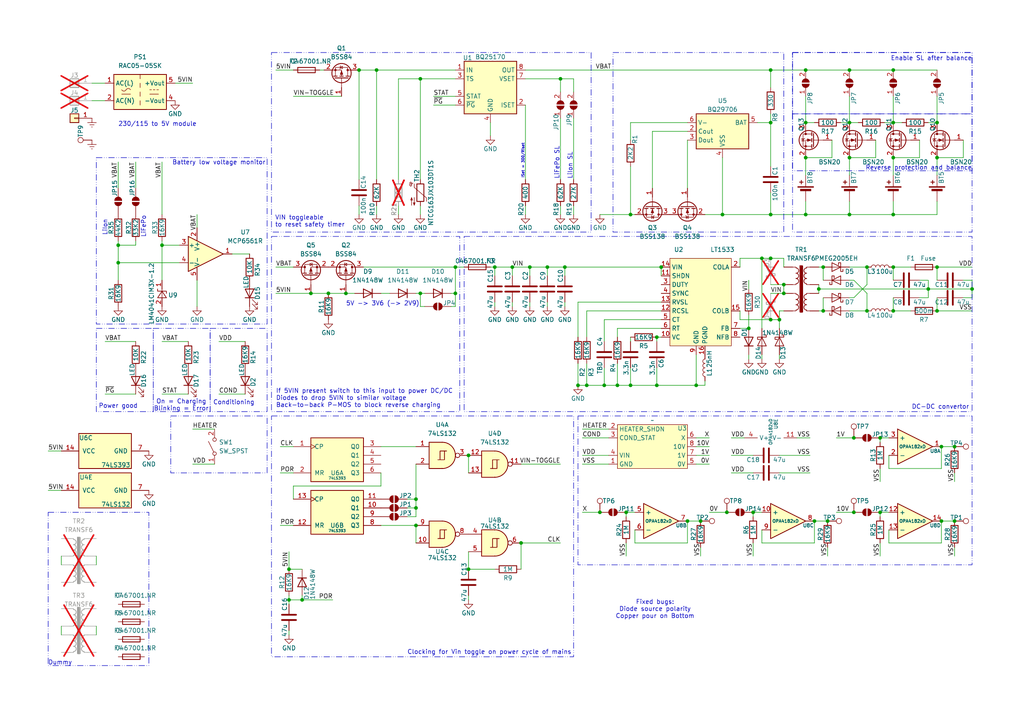
<source format=kicad_sch>
(kicad_sch
	(version 20231120)
	(generator "eeschema")
	(generator_version "8.0")
	(uuid "32b3167b-85fd-46de-baaf-1cdeab43ecc2")
	(paper "A4")
	
	(junction
		(at 182.88 62.23)
		(diameter 0)
		(color 0 0 0 0)
		(uuid "0059408a-27d6-4c79-aed2-073fd9fb3a66")
	)
	(junction
		(at 121.92 22.86)
		(diameter 0)
		(color 0 0 0 0)
		(uuid "0400edd6-ea6c-40b0-b34d-0bb2781484a8")
	)
	(junction
		(at 259.08 77.47)
		(diameter 0)
		(color 0 0 0 0)
		(uuid "0615c0f2-cf31-40a3-bcac-de113e4604bd")
	)
	(junction
		(at 34.29 71.12)
		(diameter 0)
		(color 0 0 0 0)
		(uuid "0c77f655-ef64-4255-98c5-e6b770ec1529")
	)
	(junction
		(at 237.49 83.82)
		(diameter 0)
		(color 0 0 0 0)
		(uuid "14b0b6d3-595b-411c-81e5-8bbbfbf5fa8d")
	)
	(junction
		(at 201.93 111.76)
		(diameter 0)
		(color 0 0 0 0)
		(uuid "1d1ca67f-861f-46a9-9a09-94c193522600")
	)
	(junction
		(at 148.59 77.47)
		(diameter 0)
		(color 0 0 0 0)
		(uuid "1d275c87-8d5f-4d28-a6a6-fc65a3a482ca")
	)
	(junction
		(at 247.65 127)
		(diameter 0)
		(color 0 0 0 0)
		(uuid "1e98312d-5595-4ca3-9fec-6955d588811c")
	)
	(junction
		(at 104.14 20.32)
		(diameter 0)
		(color 0 0 0 0)
		(uuid "212d3694-2142-4f16-8d08-c045cb48ae7b")
	)
	(junction
		(at 246.38 62.23)
		(diameter 0)
		(color 0 0 0 0)
		(uuid "22579659-f513-41cd-acc2-220b0e26b4f4")
	)
	(junction
		(at 100.33 85.09)
		(diameter 0)
		(color 0 0 0 0)
		(uuid "23067a6a-84ea-456c-8798-03d81b816dd7")
	)
	(junction
		(at 259.08 20.32)
		(diameter 0)
		(color 0 0 0 0)
		(uuid "24913347-b68e-46f7-86d0-2a0f0b7082a6")
	)
	(junction
		(at 233.68 62.23)
		(diameter 0)
		(color 0 0 0 0)
		(uuid "2657da40-2d71-41c8-bb45-7ab68233ef15")
	)
	(junction
		(at 173.99 148.59)
		(diameter 0)
		(color 0 0 0 0)
		(uuid "28189502-d714-4c89-adb4-52fe9d84e314")
	)
	(junction
		(at 162.56 22.86)
		(diameter 0)
		(color 0 0 0 0)
		(uuid "28b51802-d00c-47c6-abc6-afc79899a5da")
	)
	(junction
		(at 218.44 148.59)
		(diameter 0)
		(color 0 0 0 0)
		(uuid "30b53c3a-e23a-4e76-a636-2f4a2b1ad466")
	)
	(junction
		(at 151.13 157.48)
		(diameter 0)
		(color 0 0 0 0)
		(uuid "34b50150-7042-4aed-95ea-3fadfeabcb11")
	)
	(junction
		(at 87.63 173.99)
		(diameter 0)
		(color 0 0 0 0)
		(uuid "3943990d-e4d9-4f8f-82cd-2dc507118014")
	)
	(junction
		(at 233.68 45.72)
		(diameter 0)
		(color 0 0 0 0)
		(uuid "3a0e63f4-9254-4020-969d-b488d56d73b5")
	)
	(junction
		(at 182.88 111.76)
		(diameter 0)
		(color 0 0 0 0)
		(uuid "3d9e6151-8d95-46c8-b4ba-c7a2fc6156d4")
	)
	(junction
		(at 255.27 127)
		(diameter 0)
		(color 0 0 0 0)
		(uuid "4134bdbf-ec94-4e2f-bd4a-5d7360d86a5d")
	)
	(junction
		(at 83.82 165.1)
		(diameter 0)
		(color 0 0 0 0)
		(uuid "435f7bdc-d558-41c6-88ba-ce7ee53d90c8")
	)
	(junction
		(at 271.78 45.72)
		(diameter 0)
		(color 0 0 0 0)
		(uuid "45cd158b-ecae-4509-97cf-843072b1a9a2")
	)
	(junction
		(at 121.92 85.09)
		(diameter 0)
		(color 0 0 0 0)
		(uuid "4af53b19-b31b-4892-9aa8-5d0279094700")
	)
	(junction
		(at 251.46 77.47)
		(diameter 0)
		(color 0 0 0 0)
		(uuid "4f76f58e-a743-4da2-862b-a7a05c3d7019")
	)
	(junction
		(at 132.08 85.09)
		(diameter 0)
		(color 0 0 0 0)
		(uuid "4ff61846-719e-46bc-af00-a6b6efb62543")
	)
	(junction
		(at 281.94 83.82)
		(diameter 0)
		(color 0 0 0 0)
		(uuid "5134ca54-4f1b-46aa-ad39-c1625a40f4ac")
	)
	(junction
		(at 251.46 90.17)
		(diameter 0)
		(color 0 0 0 0)
		(uuid "51e3edb4-cd37-403e-8ea0-9441beb23b41")
	)
	(junction
		(at 246.38 45.72)
		(diameter 0)
		(color 0 0 0 0)
		(uuid "59f83fda-b921-4532-b3ee-1c605acbd4a0")
	)
	(junction
		(at 259.08 90.17)
		(diameter 0)
		(color 0 0 0 0)
		(uuid "616c3b05-40ce-4cc4-bd25-d9d273c7a6ad")
	)
	(junction
		(at 227.33 85.09)
		(diameter 0)
		(color 0 0 0 0)
		(uuid "63c86950-2b34-4566-ba94-2f18c4dda571")
	)
	(junction
		(at 247.65 148.59)
		(diameter 0)
		(color 0 0 0 0)
		(uuid "650b5d65-77ac-418e-8763-1bd8846be5bb")
	)
	(junction
		(at 240.03 151.13)
		(diameter 0)
		(color 0 0 0 0)
		(uuid "6a4c4e40-2e2a-406f-8d9e-95974db090ac")
	)
	(junction
		(at 238.76 77.47)
		(diameter 0)
		(color 0 0 0 0)
		(uuid "6c2ff4eb-323d-4e7c-a09c-56b6070fe12f")
	)
	(junction
		(at 246.38 35.56)
		(diameter 0)
		(color 0 0 0 0)
		(uuid "6edb48c4-9e1c-4ec7-a7e6-3408c912a101")
	)
	(junction
		(at 209.55 62.23)
		(diameter 0)
		(color 0 0 0 0)
		(uuid "71023bdb-97cf-4123-99e7-90473e6143bf")
	)
	(junction
		(at 158.75 77.47)
		(diameter 0)
		(color 0 0 0 0)
		(uuid "7588266f-18d2-480e-8663-672e49ac917a")
	)
	(junction
		(at 223.52 20.32)
		(diameter 0)
		(color 0 0 0 0)
		(uuid "79bdfef0-6cce-40d8-aafc-f82b4636ebc0")
	)
	(junction
		(at 276.86 129.54)
		(diameter 0)
		(color 0 0 0 0)
		(uuid "7e94d474-bd18-4459-a7d9-3760e59e2b7c")
	)
	(junction
		(at 259.08 45.72)
		(diameter 0)
		(color 0 0 0 0)
		(uuid "873af101-8c1f-4c29-b7a5-bbe5aa1aecc1")
	)
	(junction
		(at 271.78 35.56)
		(diameter 0)
		(color 0 0 0 0)
		(uuid "877c3f6a-ef30-4c90-ac5a-eb708ef870fd")
	)
	(junction
		(at 95.25 85.09)
		(diameter 0)
		(color 0 0 0 0)
		(uuid "89bbf825-5404-4390-8464-38757d18fc3f")
	)
	(junction
		(at 203.2 151.13)
		(diameter 0)
		(color 0 0 0 0)
		(uuid "8b53d7ab-8ad3-4f00-83e7-6c40a742474e")
	)
	(junction
		(at 259.08 62.23)
		(diameter 0)
		(color 0 0 0 0)
		(uuid "8e1c1e9f-981c-4243-8f37-d3961b8c2b3b")
	)
	(junction
		(at 233.68 20.32)
		(diameter 0)
		(color 0 0 0 0)
		(uuid "8e5cc535-8a25-4c62-a798-9b252e6ab0fe")
	)
	(junction
		(at 191.77 77.47)
		(diameter 0)
		(color 0 0 0 0)
		(uuid "92355304-4bf8-4435-b3af-4527297c5ec0")
	)
	(junction
		(at 271.78 77.47)
		(diameter 0)
		(color 0 0 0 0)
		(uuid "9802dadb-7377-4aff-bb9b-64c27008e97c")
	)
	(junction
		(at 269.24 83.82)
		(diameter 0)
		(color 0 0 0 0)
		(uuid "986823a9-27bc-4fea-bf0f-805326053d8e")
	)
	(junction
		(at 217.17 95.25)
		(diameter 0)
		(color 0 0 0 0)
		(uuid "9f781d6d-03b8-4d25-9ca4-56ebe4d00104")
	)
	(junction
		(at 246.38 20.32)
		(diameter 0)
		(color 0 0 0 0)
		(uuid "a3453c1b-2f1d-4f70-89b1-419e736ddaaf")
	)
	(junction
		(at 226.06 92.71)
		(diameter 0)
		(color 0 0 0 0)
		(uuid "a347bb61-8e14-4611-a436-1958014551c3")
	)
	(junction
		(at 179.07 111.76)
		(diameter 0)
		(color 0 0 0 0)
		(uuid "a4e827c5-55a3-4de5-afee-4da498c0afc4")
	)
	(junction
		(at 153.67 77.47)
		(diameter 0)
		(color 0 0 0 0)
		(uuid "a55cdd19-cc8d-4ccf-9688-0c7777024c8f")
	)
	(junction
		(at 143.51 77.47)
		(diameter 0)
		(color 0 0 0 0)
		(uuid "a5c3625b-f3c6-4507-be97-e9111deb1b19")
	)
	(junction
		(at 46.99 71.12)
		(diameter 0)
		(color 0 0 0 0)
		(uuid "a5ce42cb-fae0-40eb-95fc-e4acceb798bc")
	)
	(junction
		(at 236.22 151.13)
		(diameter 0)
		(color 0 0 0 0)
		(uuid "ac8ebce3-b2e5-4098-8871-2e8689dad948")
	)
	(junction
		(at 199.39 151.13)
		(diameter 0)
		(color 0 0 0 0)
		(uuid "ad867dcc-7d45-4651-9463-9d086d2ce8c0")
	)
	(junction
		(at 120.65 144.78)
		(diameter 0)
		(color 0 0 0 0)
		(uuid "b07284c4-b97a-4981-ae96-e3c95b5c4d1e")
	)
	(junction
		(at 223.52 62.23)
		(diameter 0)
		(color 0 0 0 0)
		(uuid "b08732b9-ca8d-45c7-b27b-efdbec997ef4")
	)
	(junction
		(at 120.65 147.32)
		(diameter 0)
		(color 0 0 0 0)
		(uuid "b72da46c-244b-4213-9a8e-39cf0645f575")
	)
	(junction
		(at 190.5 111.76)
		(diameter 0)
		(color 0 0 0 0)
		(uuid "b87bf739-fdee-4f37-93e9-aacf6efab86b")
	)
	(junction
		(at 233.68 35.56)
		(diameter 0)
		(color 0 0 0 0)
		(uuid "b9702304-8f29-44c4-9556-8baa1dfd8f1f")
	)
	(junction
		(at 238.76 90.17)
		(diameter 0)
		(color 0 0 0 0)
		(uuid "bae5d840-c275-411b-b5cb-c561b596847b")
	)
	(junction
		(at 120.65 152.4)
		(diameter 0)
		(color 0 0 0 0)
		(uuid "be730dfc-4408-49f1-b14b-1314a4d51b64")
	)
	(junction
		(at 273.05 151.13)
		(diameter 0)
		(color 0 0 0 0)
		(uuid "c2e40d33-80a5-467b-8062-049d5672bde9")
	)
	(junction
		(at 276.86 151.13)
		(diameter 0)
		(color 0 0 0 0)
		(uuid "c3914135-579e-4a3e-a771-9acc4cdf75d5")
	)
	(junction
		(at 273.05 129.54)
		(diameter 0)
		(color 0 0 0 0)
		(uuid "c4b6c2f5-5edb-48de-b4c4-94ef4d32e2c8")
	)
	(junction
		(at 259.08 35.56)
		(diameter 0)
		(color 0 0 0 0)
		(uuid "c5afdbfc-db69-48f9-8a30-7b8e45ca2041")
	)
	(junction
		(at 190.5 97.79)
		(diameter 0)
		(color 0 0 0 0)
		(uuid "ca90a3c7-f397-4bbe-a74a-8076c05ab759")
	)
	(junction
		(at 227.33 82.55)
		(diameter 0)
		(color 0 0 0 0)
		(uuid "ce761f42-07ca-446f-84d3-de576d1e637b")
	)
	(junction
		(at 135.89 132.08)
		(diameter 0)
		(color 0 0 0 0)
		(uuid "cebe3d46-c5a4-43f1-9061-f40ac8e46527")
	)
	(junction
		(at 83.82 173.99)
		(diameter 0)
		(color 0 0 0 0)
		(uuid "d28db965-c0e7-48c9-8c83-b6aefd65c531")
	)
	(junction
		(at 223.52 35.56)
		(diameter 0)
		(color 0 0 0 0)
		(uuid "d3bb8618-9013-4817-82e4-79e6c38d4b4b")
	)
	(junction
		(at 163.83 77.47)
		(diameter 0)
		(color 0 0 0 0)
		(uuid "d4071ac9-f0c5-4673-ba60-cc49fafe7aac")
	)
	(junction
		(at 255.27 148.59)
		(diameter 0)
		(color 0 0 0 0)
		(uuid "d41b5cf4-7e5f-4f6b-8448-4fd53ffb9649")
	)
	(junction
		(at 210.82 148.59)
		(diameter 0)
		(color 0 0 0 0)
		(uuid "d802bf52-3a07-44d6-bd56-b7594f8d1a6b")
	)
	(junction
		(at 132.08 77.47)
		(diameter 0)
		(color 0 0 0 0)
		(uuid "dcbda80b-63f7-4fd6-98da-6849295523e3")
	)
	(junction
		(at 175.26 111.76)
		(diameter 0)
		(color 0 0 0 0)
		(uuid "dde0af4b-c476-4c2e-b08b-3d2907e273a0")
	)
	(junction
		(at 271.78 90.17)
		(diameter 0)
		(color 0 0 0 0)
		(uuid "ddfb98ff-ae6f-4c3a-acf0-d5b4cf4536a3")
	)
	(junction
		(at 34.29 76.2)
		(diameter 0)
		(color 0 0 0 0)
		(uuid "df4047b5-060c-42e1-9726-0ff86dfa99b0")
	)
	(junction
		(at 220.98 74.93)
		(diameter 0)
		(color 0 0 0 0)
		(uuid "e0eb7e5c-cf20-4d01-99ac-a97790ae6161")
	)
	(junction
		(at 167.64 111.76)
		(diameter 0)
		(color 0 0 0 0)
		(uuid "e52824a8-0316-45f3-891d-ff1380ecb88c")
	)
	(junction
		(at 170.18 111.76)
		(diameter 0)
		(color 0 0 0 0)
		(uuid "e545cd31-7c26-446d-a0a3-d860993f2d64")
	)
	(junction
		(at 223.52 74.93)
		(diameter 0)
		(color 0 0 0 0)
		(uuid "e57ad7b3-8753-45d4-b710-752cb52f0074")
	)
	(junction
		(at 90.17 85.09)
		(diameter 0)
		(color 0 0 0 0)
		(uuid "ed22fd88-4dbb-4f6d-b48b-443e8c09b24a")
	)
	(junction
		(at 135.89 165.1)
		(diameter 0)
		(color 0 0 0 0)
		(uuid "f2ddaf8c-6e0d-42ba-beba-40043e265755")
	)
	(junction
		(at 181.61 148.59)
		(diameter 0)
		(color 0 0 0 0)
		(uuid "f83a69d2-39e2-4ad7-b991-19cd2e44c2f5")
	)
	(junction
		(at 109.22 20.32)
		(diameter 0)
		(color 0 0 0 0)
		(uuid "f8e77e6d-6456-4024-905a-c29d8b32415b")
	)
	(junction
		(at 223.52 92.71)
		(diameter 0)
		(color 0 0 0 0)
		(uuid "f966895f-89a5-4a8d-8642-0dbc2be11bf1")
	)
	(wire
		(pts
			(xy 26.67 29.21) (xy 30.48 29.21)
		)
		(stroke
			(width 0)
			(type default)
		)
		(uuid "001207e3-0cc1-42ba-abac-1f0b6b57aa72")
	)
	(wire
		(pts
			(xy 205.74 129.54) (xy 201.93 129.54)
		)
		(stroke
			(width 0)
			(type default)
		)
		(uuid "0239a528-f632-4641-8786-23e2e008ce53")
	)
	(wire
		(pts
			(xy 220.98 104.14) (xy 220.98 102.87)
		)
		(stroke
			(width 0)
			(type default)
		)
		(uuid "02fda349-72d9-4f48-b84c-e2af70400167")
	)
	(wire
		(pts
			(xy 191.77 77.47) (xy 191.77 80.01)
		)
		(stroke
			(width 0)
			(type default)
		)
		(uuid "03e6aab9-fb9d-44c6-8911-748a5ebc157e")
	)
	(wire
		(pts
			(xy 223.52 74.93) (xy 227.33 74.93)
		)
		(stroke
			(width 0)
			(type default)
		)
		(uuid "04fc50d9-4dc0-4981-9c4a-891dba70f153")
	)
	(wire
		(pts
			(xy 162.56 157.48) (xy 151.13 157.48)
		)
		(stroke
			(width 0)
			(type default)
		)
		(uuid "0869532c-37c8-4132-9503-26fe7c9cd959")
	)
	(wire
		(pts
			(xy 246.38 20.32) (xy 233.68 20.32)
		)
		(stroke
			(width 0)
			(type default)
		)
		(uuid "08d5abab-6c83-4560-b8aa-33cbddbf4481")
	)
	(wire
		(pts
			(xy 223.52 35.56) (xy 219.71 35.56)
		)
		(stroke
			(width 0)
			(type default)
		)
		(uuid "09ebdb36-dcba-4cd7-81ca-4bda53580aa4")
	)
	(wire
		(pts
			(xy 13.97 142.24) (xy 17.78 142.24)
		)
		(stroke
			(width 0)
			(type default)
		)
		(uuid "0a12eeea-e86d-43d4-b0d6-bc78b1a087bf")
	)
	(wire
		(pts
			(xy 168.91 124.46) (xy 176.53 124.46)
		)
		(stroke
			(width 0)
			(type default)
		)
		(uuid "0abd1dc4-80ad-4627-95ac-bd9207c53256")
	)
	(wire
		(pts
			(xy 217.17 104.14) (xy 217.17 102.87)
		)
		(stroke
			(width 0)
			(type default)
		)
		(uuid "0c0db84e-4497-445e-9970-dae003b6f931")
	)
	(wire
		(pts
			(xy 152.4 52.07) (xy 152.4 30.48)
		)
		(stroke
			(width 0)
			(type default)
		)
		(uuid "0caa4a96-1932-4680-a26e-ad66ba9562d0")
	)
	(wire
		(pts
			(xy 223.52 85.09) (xy 227.33 85.09)
		)
		(stroke
			(width 0)
			(type default)
		)
		(uuid "0d35934a-4886-4716-92cb-35e9d74d756f")
	)
	(wire
		(pts
			(xy 212.09 127) (xy 215.9 127)
		)
		(stroke
			(width 0)
			(type default)
		)
		(uuid "0d7b0a2d-7749-44b6-9c13-ab8e3f4133b8")
	)
	(wire
		(pts
			(xy 212.09 132.08) (xy 218.44 132.08)
		)
		(stroke
			(width 0)
			(type default)
		)
		(uuid "0ec579c4-4332-43d2-8469-f55c07765b79")
	)
	(wire
		(pts
			(xy 175.26 92.71) (xy 191.77 92.71)
		)
		(stroke
			(width 0)
			(type default)
		)
		(uuid "0eda7ac1-2c4e-4bdd-b445-5fc81fc588b7")
	)
	(wire
		(pts
			(xy 223.52 92.71) (xy 226.06 92.71)
		)
		(stroke
			(width 0)
			(type default)
		)
		(uuid "0f6f66d1-b4b1-4244-8302-fd44949f2f2a")
	)
	(wire
		(pts
			(xy 241.3 40.64) (xy 241.3 45.72)
		)
		(stroke
			(width 0)
			(type default)
		)
		(uuid "11548821-6a3c-4000-8f55-ec43b06ed7e4")
	)
	(wire
		(pts
			(xy 80.01 85.09) (xy 90.17 85.09)
		)
		(stroke
			(width 0)
			(type default)
		)
		(uuid "115c5079-da9a-4e4e-9a72-e5980cbd4ca7")
	)
	(wire
		(pts
			(xy 62.23 124.46) (xy 55.88 124.46)
		)
		(stroke
			(width 0)
			(type default)
		)
		(uuid "11d9e743-0ff9-40d8-8143-1f4826ca046b")
	)
	(wire
		(pts
			(xy 170.18 90.17) (xy 191.77 90.17)
		)
		(stroke
			(width 0)
			(type default)
		)
		(uuid "148f355f-18d5-444f-9fd7-6366fb4fccdb")
	)
	(wire
		(pts
			(xy 30.48 99.06) (xy 39.37 99.06)
		)
		(stroke
			(width 0)
			(type default)
		)
		(uuid "14ba2d5c-f885-4b63-b592-8b873f78669c")
	)
	(wire
		(pts
			(xy 238.76 77.47) (xy 238.76 81.28)
		)
		(stroke
			(width 0)
			(type default)
		)
		(uuid "15128843-e73f-4f64-97f7-3b308a6a260e")
	)
	(wire
		(pts
			(xy 238.76 90.17) (xy 237.49 90.17)
		)
		(stroke
			(width 0)
			(type default)
		)
		(uuid "1782705f-ed0e-44da-8b22-5909e9fb0bfe")
	)
	(wire
		(pts
			(xy 233.68 62.23) (xy 233.68 58.42)
		)
		(stroke
			(width 0)
			(type default)
		)
		(uuid "18209a86-fef5-4cf6-be43-336b6dd174e1")
	)
	(wire
		(pts
			(xy 257.81 135.89) (xy 273.05 135.89)
		)
		(stroke
			(width 0)
			(type default)
		)
		(uuid "182bb476-d8c5-4ac7-a8cd-d370a2012930")
	)
	(wire
		(pts
			(xy 80.01 77.47) (xy 85.09 77.47)
		)
		(stroke
			(width 0)
			(type default)
		)
		(uuid "19b63dc1-50b0-40ee-bdce-d9ba4d9d2c28")
	)
	(wire
		(pts
			(xy 27.94 161.29) (xy 27.94 163.83)
		)
		(stroke
			(width 0)
			(type default)
		)
		(uuid "1c77006b-47a0-488f-b084-2aac5c78d787")
	)
	(wire
		(pts
			(xy 182.88 106.68) (xy 182.88 111.76)
		)
		(stroke
			(width 0)
			(type default)
		)
		(uuid "1d0eed01-46bb-46f5-8779-bb978b8e7fa6")
	)
	(wire
		(pts
			(xy 281.94 81.28) (xy 281.94 83.82)
		)
		(stroke
			(width 0)
			(type default)
		)
		(uuid "1e10b6bf-a3e6-4e3c-aede-a7001f391d2f")
	)
	(wire
		(pts
			(xy 220.98 157.48) (xy 236.22 157.48)
		)
		(stroke
			(width 0)
			(type default)
		)
		(uuid "1e8fb0bd-aeb7-4d6b-a12e-6155e98b59d5")
	)
	(wire
		(pts
			(xy 269.24 81.28) (xy 266.7 81.28)
		)
		(stroke
			(width 0)
			(type default)
		)
		(uuid "217ea5a2-d7f6-444d-a606-6ef43e7a772b")
	)
	(wire
		(pts
			(xy 121.92 22.86) (xy 121.92 52.07)
		)
		(stroke
			(width 0)
			(type default)
		)
		(uuid "21aa3f95-e229-4636-b157-de793b2f17a7")
	)
	(wire
		(pts
			(xy 46.99 69.85) (xy 46.99 71.12)
		)
		(stroke
			(width 0)
			(type default)
		)
		(uuid "225fedd5-ed4d-4817-a4bf-47ef2f1cf05e")
	)
	(wire
		(pts
			(xy 104.14 20.32) (xy 104.14 52.07)
		)
		(stroke
			(width 0)
			(type default)
		)
		(uuid "22fa1bb7-080f-4ef6-8da1-b251a8ffdb51")
	)
	(wire
		(pts
			(xy 226.06 104.14) (xy 226.06 102.87)
		)
		(stroke
			(width 0)
			(type default)
		)
		(uuid "234f5d14-59f7-49f1-9301-0fb8d92d6ef9")
	)
	(wire
		(pts
			(xy 273.05 157.48) (xy 273.05 151.13)
		)
		(stroke
			(width 0)
			(type default)
		)
		(uuid "236986ee-3d52-4093-ba59-bf75296d9a43")
	)
	(wire
		(pts
			(xy 223.52 33.02) (xy 223.52 35.56)
		)
		(stroke
			(width 0)
			(type default)
		)
		(uuid "24c68b81-c447-4df8-b0e1-60b5aaafd9cd")
	)
	(wire
		(pts
			(xy 246.38 86.36) (xy 247.65 86.36)
		)
		(stroke
			(width 0)
			(type default)
		)
		(uuid "253c874a-71eb-4d5f-a6a9-3c066106fede")
	)
	(wire
		(pts
			(xy 83.82 160.02) (xy 83.82 165.1)
		)
		(stroke
			(width 0)
			(type default)
		)
		(uuid "258c0805-1e00-44a2-96a4-e9a63c32da27")
	)
	(wire
		(pts
			(xy 83.82 175.26) (xy 83.82 173.99)
		)
		(stroke
			(width 0)
			(type default)
		)
		(uuid "27e0d33a-de67-45a2-aa63-eb848c6032c8")
	)
	(wire
		(pts
			(xy 121.92 85.09) (xy 121.92 88.9)
		)
		(stroke
			(width 0)
			(type default)
		)
		(uuid "2bc08d97-a89b-4cd3-a900-857f1be523a5")
	)
	(wire
		(pts
			(xy 237.49 83.82) (xy 237.49 85.09)
		)
		(stroke
			(width 0)
			(type default)
		)
		(uuid "2be9fde9-da80-461c-abf2-e8f3c18a3ba9")
	)
	(wire
		(pts
			(xy 151.13 134.62) (xy 162.56 134.62)
		)
		(stroke
			(width 0)
			(type default)
		)
		(uuid "2d3428cd-78bf-4ab0-854c-7df01880a342")
	)
	(wire
		(pts
			(xy 237.49 83.82) (xy 269.24 83.82)
		)
		(stroke
			(width 0)
			(type default)
		)
		(uuid "2d64d8d2-fa30-40a4-88e1-0afe6c110aef")
	)
	(wire
		(pts
			(xy 118.11 144.78) (xy 120.65 144.78)
		)
		(stroke
			(width 0)
			(type default)
		)
		(uuid "2e8ce680-eeb3-4883-8c53-520bcb087efe")
	)
	(wire
		(pts
			(xy 236.22 151.13) (xy 240.03 151.13)
		)
		(stroke
			(width 0)
			(type default)
		)
		(uuid "2f502a80-1b75-45dd-886f-58a6100c9917")
	)
	(wire
		(pts
			(xy 179.07 105.41) (xy 179.07 111.76)
		)
		(stroke
			(width 0)
			(type default)
		)
		(uuid "30390811-64c8-4545-ae1c-1bb9c1394ca4")
	)
	(wire
		(pts
			(xy 153.67 80.01) (xy 153.67 77.47)
		)
		(stroke
			(width 0)
			(type default)
		)
		(uuid "31d413f1-9eed-4c15-942e-4c41b944d850")
	)
	(wire
		(pts
			(xy 115.57 52.07) (xy 115.57 22.86)
		)
		(stroke
			(width 0)
			(type default)
		)
		(uuid "329fc178-0512-43b4-af77-b424c7740f26")
	)
	(wire
		(pts
			(xy 209.55 62.23) (xy 209.55 45.72)
		)
		(stroke
			(width 0)
			(type default)
		)
		(uuid "33a789cb-274d-43cb-a1d1-08d0bf4aacec")
	)
	(wire
		(pts
			(xy 218.44 148.59) (xy 218.44 149.86)
		)
		(stroke
			(width 0)
			(type default)
		)
		(uuid "3448f606-57fb-4240-a600-468a35d5bdfb")
	)
	(wire
		(pts
			(xy 255.27 139.7) (xy 255.27 135.89)
		)
		(stroke
			(width 0)
			(type default)
		)
		(uuid "348232b0-3ecf-4d9a-9949-c06540462956")
	)
	(wire
		(pts
			(xy 246.38 62.23) (xy 246.38 58.42)
		)
		(stroke
			(width 0)
			(type default)
		)
		(uuid "34864550-492f-4728-93fb-42ddc0402c50")
	)
	(wire
		(pts
			(xy 143.51 80.01) (xy 143.51 77.47)
		)
		(stroke
			(width 0)
			(type default)
		)
		(uuid "383bf8ae-1be4-47ac-a364-698a0032f768")
	)
	(wire
		(pts
			(xy 39.37 114.3) (xy 30.48 114.3)
		)
		(stroke
			(width 0)
			(type default)
		)
		(uuid "3b0862b0-fa25-4a76-9013-5e2e0571d110")
	)
	(wire
		(pts
			(xy 201.93 102.87) (xy 201.93 111.76)
		)
		(stroke
			(width 0)
			(type default)
		)
		(uuid "3b1b30ea-a850-4cd6-868c-def5571c2940")
	)
	(wire
		(pts
			(xy 273.05 135.89) (xy 273.05 129.54)
		)
		(stroke
			(width 0)
			(type default)
		)
		(uuid "3b5e4f7d-ad71-4a30-a384-4bf27e5e5bac")
	)
	(wire
		(pts
			(xy 246.38 90.17) (xy 251.46 90.17)
		)
		(stroke
			(width 0)
			(type default)
		)
		(uuid "3c62bfce-1eaa-46b9-8b6c-b20917895aa2")
	)
	(wire
		(pts
			(xy 39.37 71.12) (xy 39.37 69.85)
		)
		(stroke
			(width 0)
			(type default)
		)
		(uuid "3ca0d188-2799-4512-9f43-fce2b2099f81")
	)
	(wire
		(pts
			(xy 214.63 92.71) (xy 223.52 92.71)
		)
		(stroke
			(width 0)
			(type default)
		)
		(uuid "3dd53ba5-491d-44d8-963d-0b5b0ca3d46c")
	)
	(wire
		(pts
			(xy 153.67 88.9) (xy 153.67 87.63)
		)
		(stroke
			(width 0)
			(type default)
		)
		(uuid "3e6afb34-4924-44fb-8a1f-41723177536c")
	)
	(wire
		(pts
			(xy 130.81 88.9) (xy 132.08 88.9)
		)
		(stroke
			(width 0)
			(type default)
		)
		(uuid "3ec5c455-89d5-4aa7-b598-c83bc69b2e44")
	)
	(wire
		(pts
			(xy 226.06 95.25) (xy 226.06 92.71)
		)
		(stroke
			(width 0)
			(type default)
		)
		(uuid "3f438497-1814-439e-bfe1-e09995cf5165")
	)
	(wire
		(pts
			(xy 269.24 35.56) (xy 271.78 35.56)
		)
		(stroke
			(width 0)
			(type default)
		)
		(uuid "3f8496d4-bcf9-49a2-b796-ef2817c9b20e")
	)
	(wire
		(pts
			(xy 226.06 137.16) (xy 234.95 137.16)
		)
		(stroke
			(width 0)
			(type default)
		)
		(uuid "4123e327-e5da-468a-a227-759bb337ce30")
	)
	(wire
		(pts
			(xy 223.52 20.32) (xy 223.52 25.4)
		)
		(stroke
			(width 0)
			(type default)
		)
		(uuid "413d7239-5cba-43f1-811f-d7e0b9aa6e03")
	)
	(wire
		(pts
			(xy 273.05 129.54) (xy 276.86 129.54)
		)
		(stroke
			(width 0)
			(type default)
		)
		(uuid "42931f72-3541-43c3-98a2-1d761b56b117")
	)
	(wire
		(pts
			(xy 55.88 24.13) (xy 50.8 24.13)
		)
		(stroke
			(width 0)
			(type default)
		)
		(uuid "45981b2f-b428-4090-b2d0-9a8e818e5d54")
	)
	(wire
		(pts
			(xy 246.38 81.28) (xy 247.65 81.28)
		)
		(stroke
			(width 0)
			(type default)
		)
		(uuid "461a3ed1-9ba7-43d2-9171-2d46d021b253")
	)
	(wire
		(pts
			(xy 95.25 85.09) (xy 100.33 85.09)
		)
		(stroke
			(width 0)
			(type default)
		)
		(uuid "4693b494-4029-4269-8283-d52daaa19297")
	)
	(wire
		(pts
			(xy 121.92 59.69) (xy 121.92 62.23)
		)
		(stroke
			(width 0)
			(type default)
		)
		(uuid "4ae5c1ca-c4fd-4c9d-b7ed-6b1e202e0048")
	)
	(wire
		(pts
			(xy 220.98 74.93) (xy 220.98 95.25)
		)
		(stroke
			(width 0)
			(type default)
		)
		(uuid "4bb97367-68c7-44cc-a56c-d4b7723d4545")
	)
	(wire
		(pts
			(xy 46.99 71.12) (xy 46.99 81.28)
		)
		(stroke
			(width 0)
			(type default)
		)
		(uuid "4d1107a7-7061-4789-bba9-d1a16f238dd9")
	)
	(wire
		(pts
			(xy 158.75 80.01) (xy 158.75 77.47)
		)
		(stroke
			(width 0)
			(type default)
		)
		(uuid "4dfa7b09-b0b3-4445-a481-f42552952a42")
	)
	(wire
		(pts
			(xy 217.17 95.25) (xy 214.63 95.25)
		)
		(stroke
			(width 0)
			(type default)
		)
		(uuid "4ec5949b-c0b8-4a32-b976-4e0b39b40a35")
	)
	(wire
		(pts
			(xy 135.89 132.08) (xy 135.89 137.16)
		)
		(stroke
			(width 0)
			(type default)
		)
		(uuid "5007edd8-0304-4522-b290-e349629f6bd2")
	)
	(wire
		(pts
			(xy 227.33 74.93) (xy 227.33 77.47)
		)
		(stroke
			(width 0)
			(type default)
		)
		(uuid "51090c42-69f5-4274-89b8-8458db9fab80")
	)
	(wire
		(pts
			(xy 182.88 111.76) (xy 190.5 111.76)
		)
		(stroke
			(width 0)
			(type default)
		)
		(uuid "5136288b-c5fa-49e1-a124-18f2c47cf970")
	)
	(wire
		(pts
			(xy 264.16 77.47) (xy 259.08 77.47)
		)
		(stroke
			(width 0)
			(type default)
		)
		(uuid "51af881c-c022-4f85-9a1e-eee98f922ea0")
	)
	(wire
		(pts
			(xy 234.95 127) (xy 231.14 127)
		)
		(stroke
			(width 0)
			(type default)
		)
		(uuid "5281fd73-dcbb-4099-918a-ed4dc66e8ec5")
	)
	(wire
		(pts
			(xy 182.88 99.06) (xy 182.88 97.79)
		)
		(stroke
			(width 0)
			(type default)
		)
		(uuid "530935e4-247b-4a09-b952-70df0514ca6b")
	)
	(wire
		(pts
			(xy 167.64 105.41) (xy 167.64 111.76)
		)
		(stroke
			(width 0)
			(type default)
		)
		(uuid "5373dc1b-66a4-410e-99a7-78bf35c6948c")
	)
	(wire
		(pts
			(xy 271.78 27.94) (xy 271.78 35.56)
		)
		(stroke
			(width 0)
			(type default)
		)
		(uuid "54b3da39-a59d-45b6-8633-e91279a8cd52")
	)
	(wire
		(pts
			(xy 179.07 95.25) (xy 179.07 97.79)
		)
		(stroke
			(width 0)
			(type default)
		)
		(uuid "5525a4f9-6955-4e9d-86d9-949f8c4d1049")
	)
	(wire
		(pts
			(xy 214.63 74.93) (xy 214.63 77.47)
		)
		(stroke
			(width 0)
			(type default)
		)
		(uuid "56928253-88f5-45a4-b9be-2124eb6ee86f")
	)
	(wire
		(pts
			(xy 63.5 114.3) (xy 71.12 114.3)
		)
		(stroke
			(width 0)
			(type default)
		)
		(uuid "5754ea55-5515-445a-a5b2-dfea072686df")
	)
	(wire
		(pts
			(xy 181.61 161.29) (xy 181.61 157.48)
		)
		(stroke
			(width 0)
			(type default)
		)
		(uuid "57f9172f-8cf4-445a-9516-75e5a6d22305")
	)
	(wire
		(pts
			(xy 184.15 153.67) (xy 184.15 157.48)
		)
		(stroke
			(width 0)
			(type default)
		)
		(uuid "58d22716-7efb-458f-8ecc-8e31c332a47e")
	)
	(wire
		(pts
			(xy 148.59 88.9) (xy 148.59 87.63)
		)
		(stroke
			(width 0)
			(type default)
		)
		(uuid "59d193b5-3477-4da7-9a5a-75aa0c257e69")
	)
	(wire
		(pts
			(xy 26.67 24.13) (xy 30.48 24.13)
		)
		(stroke
			(width 0)
			(type default)
		)
		(uuid "5a11491f-75d2-4593-b541-1ce0262b65b7")
	)
	(wire
		(pts
			(xy 163.83 77.47) (xy 191.77 77.47)
		)
		(stroke
			(width 0)
			(type default)
		)
		(uuid "5b58c7a5-9ea2-4ad6-b55b-c9d95db93e8a")
	)
	(wire
		(pts
			(xy 279.4 40.64) (xy 279.4 45.72)
		)
		(stroke
			(width 0)
			(type default)
		)
		(uuid "5e74d2c2-df9c-4bbf-9e94-9d3344523cf5")
	)
	(wire
		(pts
			(xy 167.64 87.63) (xy 191.77 87.63)
		)
		(stroke
			(width 0)
			(type default)
		)
		(uuid "5edb5a01-f575-4c2b-a9b9-ba93dfffe015")
	)
	(wire
		(pts
			(xy 162.56 22.86) (xy 166.37 22.86)
		)
		(stroke
			(width 0)
			(type default)
		)
		(uuid "5fd6ed5f-9637-4a44-8f1b-97a1ed9d59c3")
	)
	(wire
		(pts
			(xy 46.99 99.06) (xy 54.61 99.06)
		)
		(stroke
			(width 0)
			(type default)
		)
		(uuid "6007c43e-ee92-4bd3-9205-1f367e91f7da")
	)
	(wire
		(pts
			(xy 204.47 62.23) (xy 209.55 62.23)
		)
		(stroke
			(width 0)
			(type default)
		)
		(uuid "6245fd32-5111-45ce-b11a-3db2629975b8")
	)
	(wire
		(pts
			(xy 271.78 20.32) (xy 259.08 20.32)
		)
		(stroke
			(width 0)
			(type default)
		)
		(uuid "62465a29-50ad-4dbe-97aa-a19181d166c5")
	)
	(wire
		(pts
			(xy 281.94 83.82) (xy 281.94 86.36)
		)
		(stroke
			(width 0)
			(type default)
		)
		(uuid "62852f7f-de75-4ac2-b273-a463e079e490")
	)
	(wire
		(pts
			(xy 257.81 157.48) (xy 273.05 157.48)
		)
		(stroke
			(width 0)
			(type default)
		)
		(uuid "62b3f477-b48c-4f32-bb55-956de23cc15e")
	)
	(wire
		(pts
			(xy 170.18 111.76) (xy 175.26 111.76)
		)
		(stroke
			(width 0)
			(type default)
		)
		(uuid "630314f1-8458-43dc-badd-67e7bf7c86ff")
	)
	(wire
		(pts
			(xy 233.68 20.32) (xy 223.52 20.32)
		)
		(stroke
			(width 0)
			(type default)
		)
		(uuid "66b11c45-6c06-4fd9-83d9-56f517d1e436")
	)
	(wire
		(pts
			(xy 242.57 127) (xy 247.65 127)
		)
		(stroke
			(width 0)
			(type default)
		)
		(uuid "66cb1c24-ab50-44df-bb64-601215498687")
	)
	(wire
		(pts
			(xy 85.09 140.97) (xy 110.49 140.97)
		)
		(stroke
			(width 0)
			(type default)
		)
		(uuid "677deeac-65c7-44f5-b92c-c665fbcf915b")
	)
	(wire
		(pts
			(xy 104.14 59.69) (xy 104.14 62.23)
		)
		(stroke
			(width 0)
			(type default)
		)
		(uuid "68ffdd2b-0b14-48bb-a18c-a0dcea7774d0")
	)
	(wire
		(pts
			(xy 243.84 35.56) (xy 246.38 35.56)
		)
		(stroke
			(width 0)
			(type default)
		)
		(uuid "69b4f2de-2fab-47f8-a00d-2125ee8f0945")
	)
	(wire
		(pts
			(xy 163.83 88.9) (xy 163.83 87.63)
		)
		(stroke
			(width 0)
			(type default)
		)
		(uuid "6b962eb7-3eb5-42b1-a727-1438940db0c3")
	)
	(wire
		(pts
			(xy 204.47 110.49) (xy 204.47 111.76)
		)
		(stroke
			(width 0)
			(type default)
		)
		(uuid "6c1b2bf9-36e9-4990-bb56-6559dab57b37")
	)
	(wire
		(pts
			(xy 259.08 62.23) (xy 271.78 62.23)
		)
		(stroke
			(width 0)
			(type default)
		)
		(uuid "6c5f0769-6765-4fe0-9ff1-9278d7f9269e")
	)
	(wire
		(pts
			(xy 205.74 127) (xy 201.93 127)
		)
		(stroke
			(width 0)
			(type default)
		)
		(uuid "6c5fa6c6-02fc-47cf-b712-6e6b5eca82cc")
	)
	(wire
		(pts
			(xy 143.51 165.1) (xy 135.89 165.1)
		)
		(stroke
			(width 0)
			(type default)
		)
		(uuid "717bfb6f-8a09-400c-9307-36f466ecfb08")
	)
	(wire
		(pts
			(xy 259.08 90.17) (xy 264.16 90.17)
		)
		(stroke
			(width 0)
			(type default)
		)
		(uuid "71c0643e-3dc4-41f0-bd9c-33c021e576c7")
	)
	(wire
		(pts
			(xy 168.91 132.08) (xy 176.53 132.08)
		)
		(stroke
			(width 0)
			(type default)
		)
		(uuid "71fa9b4c-6992-4909-8f5b-036ed219cb70")
	)
	(wire
		(pts
			(xy 271.78 62.23) (xy 271.78 58.42)
		)
		(stroke
			(width 0)
			(type default)
		)
		(uuid "72613495-dc29-42cf-b5a0-9468b5614a6d")
	)
	(wire
		(pts
			(xy 233.68 62.23) (xy 246.38 62.23)
		)
		(stroke
			(width 0)
			(type default)
		)
		(uuid "72e6c0f6-33ee-427e-94ce-cca2750dd7ce")
	)
	(wire
		(pts
			(xy 214.63 74.93) (xy 220.98 74.93)
		)
		(stroke
			(width 0)
			(type default)
		)
		(uuid "72ee03bb-5e00-489d-8e78-8f4b04c55dff")
	)
	(wire
		(pts
			(xy 143.51 88.9) (xy 143.51 87.63)
		)
		(stroke
			(width 0)
			(type default)
		)
		(uuid "73f17472-7e92-4f95-887a-f744aee055e5")
	)
	(wire
		(pts
			(xy 217.17 91.44) (xy 217.17 95.25)
		)
		(stroke
			(width 0)
			(type default)
		)
		(uuid "75ba7b73-0e8e-4213-9406-fb6abbd78c5b")
	)
	(wire
		(pts
			(xy 80.01 20.32) (xy 85.09 20.32)
		)
		(stroke
			(width 0)
			(type default)
		)
		(uuid "7629da67-cfcf-4fe7-8e64-0eb66a8228b1")
	)
	(wire
		(pts
			(xy 143.51 77.47) (xy 148.59 77.47)
		)
		(stroke
			(width 0)
			(type default)
		)
		(uuid "7638357a-2a6f-45f5-af9b-dbcce85d37c0")
	)
	(wire
		(pts
			(xy 142.24 35.56) (xy 142.24 39.37)
		)
		(stroke
			(width 0)
			(type default)
		)
		(uuid "766d15a5-527b-412d-b25c-775c7240bb28")
	)
	(wire
		(pts
			(xy 236.22 35.56) (xy 233.68 35.56)
		)
		(stroke
			(width 0)
			(type default)
		)
		(uuid "7670da31-3b7c-4700-bd5f-659868f41267")
	)
	(wire
		(pts
			(xy 132.08 88.9) (xy 132.08 85.09)
		)
		(stroke
			(width 0)
			(type default)
		)
		(uuid "769232d4-d0da-4099-af6c-495e01b784b0")
	)
	(wire
		(pts
			(xy 205.74 132.08) (xy 201.93 132.08)
		)
		(stroke
			(width 0)
			(type default)
		)
		(uuid "78ebbb90-b393-43f5-ad4c-5ca10b2b27c6")
	)
	(wire
		(pts
			(xy 203.2 161.29) (xy 203.2 158.75)
		)
		(stroke
			(width 0)
			(type default)
		)
		(uuid "790bb643-e0a9-4fcd-9605-23f41363171e")
	)
	(wire
		(pts
			(xy 120.65 134.62) (xy 120.65 144.78)
		)
		(stroke
			(width 0)
			(type default)
		)
		(uuid "7a05314d-7132-4a1b-b385-91e76d9c2700")
	)
	(wire
		(pts
			(xy 266.7 40.64) (xy 266.7 45.72)
		)
		(stroke
			(width 0)
			(type default)
		)
		(uuid "7a80634b-7a7a-4e94-9e72-f00bc4cf8dec")
	)
	(wire
		(pts
			(xy 199.39 157.48) (xy 199.39 151.13)
		)
		(stroke
			(width 0)
			(type default)
		)
		(uuid "7b9184e4-d2f4-4c13-a876-1eb849cf45d3")
	)
	(wire
		(pts
			(xy 226.06 90.17) (xy 227.33 90.17)
		)
		(stroke
			(width 0)
			(type default)
		)
		(uuid "7d79ca82-3d69-4fb5-83f4-ea99fc2548e8")
	)
	(wire
		(pts
			(xy 13.97 130.81) (xy 17.78 130.81)
		)
		(stroke
			(width 0)
			(type default)
		)
		(uuid "7fe694d5-0b86-41d3-9123-3a0065201190")
	)
	(wire
		(pts
			(xy 223.52 48.26) (xy 223.52 35.56)
		)
		(stroke
			(width 0)
			(type default)
		)
		(uuid "80d6bd59-818a-4977-a832-0c80c181e58f")
	)
	(wire
		(pts
			(xy 220.98 74.93) (xy 223.52 74.93)
		)
		(stroke
			(width 0)
			(type default)
		)
		(uuid "81014757-2e94-4f24-b049-4734733a8185")
	)
	(wire
		(pts
			(xy 158.75 77.47) (xy 163.83 77.47)
		)
		(stroke
			(width 0)
			(type default)
		)
		(uuid "81acc84b-b8ee-4cdd-af74-372685d00677")
	)
	(wire
		(pts
			(xy 125.73 30.48) (xy 132.08 30.48)
		)
		(stroke
			(width 0)
			(type default)
		)
		(uuid "81ecc552-9a8b-4d74-bf7e-335a8d5261f6")
	)
	(wire
		(pts
			(xy 273.05 151.13) (xy 276.86 151.13)
		)
		(stroke
			(width 0)
			(type default)
		)
		(uuid "822bc066-60b6-433b-9f5e-0e1b94212298")
	)
	(wire
		(pts
			(xy 34.29 71.12) (xy 39.37 71.12)
		)
		(stroke
			(width 0)
			(type default)
		)
		(uuid "83a823d0-b71b-476b-bab8-4c0d60ccd65e")
	)
	(wire
		(pts
			(xy 266.7 45.72) (xy 259.08 45.72)
		)
		(stroke
			(width 0)
			(type default)
		)
		(uuid "84ec7277-c920-49e8-a3e0-5f37741358d3")
	)
	(wire
		(pts
			(xy 246.38 27.94) (xy 246.38 35.56)
		)
		(stroke
			(width 0)
			(type default)
		)
		(uuid "85c529d5-56f2-4402-adb7-9c9caf992d84")
	)
	(wire
		(pts
			(xy 83.82 184.15) (xy 83.82 182.88)
		)
		(stroke
			(width 0)
			(type default)
		)
		(uuid "866d0a77-23f3-446c-9109-8c6a39276595")
	)
	(wire
		(pts
			(xy 255.27 127) (xy 255.27 128.27)
		)
		(stroke
			(width 0)
			(type default)
		)
		(uuid "86add719-a663-496d-ac99-cc85e277d982")
	)
	(wire
		(pts
			(xy 251.46 85.09) (xy 251.46 90.17)
		)
		(stroke
			(width 0)
			(type default)
		)
		(uuid "87ead593-4e95-430c-ab9d-d9cc691fb98c")
	)
	(wire
		(pts
			(xy 135.89 173.99) (xy 135.89 172.72)
		)
		(stroke
			(width 0)
			(type default)
		)
		(uuid "88ceab55-2582-4e4e-8de3-0890681fadc1")
	)
	(wire
		(pts
			(xy 163.83 80.01) (xy 163.83 77.47)
		)
		(stroke
			(width 0)
			(type default)
		)
		(uuid "8915aeda-acf1-4a6d-94d7-5fd693a5109c")
	)
	(wire
		(pts
			(xy 87.63 173.99) (xy 87.63 172.72)
		)
		(stroke
			(width 0)
			(type default)
		)
		(uuid "89288a8e-34a1-482b-b09e-bbd3fa45d0f7")
	)
	(wire
		(pts
			(xy 181.61 148.59) (xy 184.15 148.59)
		)
		(stroke
			(width 0)
			(type default)
		)
		(uuid "892fe340-7447-498b-bfaa-c10dd4d8a197")
	)
	(wire
		(pts
			(xy 241.3 45.72) (xy 233.68 45.72)
		)
		(stroke
			(width 0)
			(type default)
		)
		(uuid "89792e67-7de4-46ce-b208-9110be659892")
	)
	(wire
		(pts
			(xy 182.88 35.56) (xy 182.88 40.64)
		)
		(stroke
			(width 0)
			(type default)
		)
		(uuid "8b719e16-1a72-44e1-8b33-28b386ab7705")
	)
	(wire
		(pts
			(xy 110.49 140.97) (xy 110.49 137.16)
		)
		(stroke
			(width 0)
			(type default)
		)
		(uuid "8beca500-cc8e-464b-afb3-255fc1fd22ec")
	)
	(wire
		(pts
			(xy 242.57 148.59) (xy 247.65 148.59)
		)
		(stroke
			(width 0)
			(type default)
		)
		(uuid "8c29a97c-cf7e-4bd9-be5f-7601acad1c6d")
	)
	(wire
		(pts
			(xy 167.64 87.63) (xy 167.64 97.79)
		)
		(stroke
			(width 0)
			(type default)
		)
		(uuid "8d155362-10c2-4558-b939-aa2a5e76e6ea")
	)
	(wire
		(pts
			(xy 276.86 139.7) (xy 276.86 137.16)
		)
		(stroke
			(width 0)
			(type default)
		)
		(uuid "8dfb7755-e4ea-4c8b-8d76-593c77a62642")
	)
	(wire
		(pts
			(xy 251.46 77.47) (xy 251.46 82.55)
		)
		(stroke
			(width 0)
			(type default)
		)
		(uuid "8e18d0ab-086d-402a-83d4-8d445be41aac")
	)
	(wire
		(pts
			(xy 162.56 52.07) (xy 162.56 34.29)
		)
		(stroke
			(width 0)
			(type default)
		)
		(uuid "8ec93767-5e95-4c30-ba52-c9365921aefa")
	)
	(wire
		(pts
			(xy 166.37 22.86) (xy 166.37 26.67)
		)
		(stroke
			(width 0)
			(type default)
		)
		(uuid "8eda4dba-40a5-461a-a5a7-c42291e69d48")
	)
	(wire
		(pts
			(xy 182.88 62.23) (xy 184.15 62.23)
		)
		(stroke
			(width 0)
			(type default)
		)
		(uuid "90289ab4-b9f0-471b-be48-7a4d48e25cb3")
	)
	(wire
		(pts
			(xy 81.28 137.16) (xy 85.09 137.16)
		)
		(stroke
			(width 0)
			(type default)
		)
		(uuid "904e2dcf-5b37-4eb3-9481-9900d30a6093")
	)
	(wire
		(pts
			(xy 132.08 77.47) (xy 132.08 85.09)
		)
		(stroke
			(width 0)
			(type default)
		)
		(uuid "934fc53a-8a7b-4a76-afcd-d19b5eb62acb")
	)
	(wire
		(pts
			(xy 148.59 77.47) (xy 153.67 77.47)
		)
		(stroke
			(width 0)
			(type default)
		)
		(uuid "93614709-da82-45bc-8f96-11523d531df1")
	)
	(wire
		(pts
			(xy 246.38 62.23) (xy 259.08 62.23)
		)
		(stroke
			(width 0)
			(type default)
		)
		(uuid "952be935-c48c-4e68-8b3b-dad48352e988")
	)
	(wire
		(pts
			(xy 223.52 55.88) (xy 223.52 62.23)
		)
		(stroke
			(width 0)
			(type default)
		)
		(uuid "96021444-7bbd-4a54-8782-0245406f921b")
	)
	(wire
		(pts
			(xy 214.63 92.71) (xy 214.63 90.17)
		)
		(stroke
			(width 0)
			(type default)
		)
		(uuid "96685b6a-f6e5-4342-9f2e-c433aa135bda")
	)
	(wire
		(pts
			(xy 271.78 86.36) (xy 271.78 90.17)
		)
		(stroke
			(width 0)
			(type default)
		)
		(uuid "968ce68d-8da2-448b-aa2e-8cc21692ffee")
	)
	(wire
		(pts
			(xy 189.23 38.1) (xy 199.39 38.1)
		)
		(stroke
			(width 0)
			(type default)
		)
		(uuid "990d2bbf-7868-40b7-8d66-051583909430")
	)
	(wire
		(pts
			(xy 92.71 20.32) (xy 93.98 20.32)
		)
		(stroke
			(width 0)
			(type default)
		)
		(uuid "99fb7237-7cf6-486f-9bf5-ae3ae9303695")
	)
	(wire
		(pts
			(xy 83.82 173.99) (xy 87.63 173.99)
		)
		(stroke
			(width 0)
			(type default)
		)
		(uuid "9a3c897d-f6bc-4bd7-bb30-622e7be0fe55")
	)
	(wire
		(pts
			(xy 209.55 62.23) (xy 223.52 62.23)
		)
		(stroke
			(width 0)
			(type default)
		)
		(uuid "9a9b19d5-f4c9-407b-a754-59624119a271")
	)
	(wire
		(pts
			(xy 168.91 148.59) (xy 173.99 148.59)
		)
		(stroke
			(width 0)
			(type default)
		)
		(uuid "9aed0936-f313-441d-a61c-df8a7da0f1ea")
	)
	(wire
		(pts
			(xy 168.91 134.62) (xy 176.53 134.62)
		)
		(stroke
			(width 0)
			(type default)
		)
		(uuid "9b2b1c04-9133-4e72-85eb-f626c42911cf")
	)
	(wire
		(pts
			(xy 199.39 35.56) (xy 182.88 35.56)
		)
		(stroke
			(width 0)
			(type default)
		)
		(uuid "9c390899-571d-402c-8a17-783bb6d75c17")
	)
	(wire
		(pts
			(xy 34.29 71.12) (xy 34.29 76.2)
		)
		(stroke
			(width 0)
			(type default)
		)
		(uuid "9cb49b6d-ad60-446d-8dff-6eeadfaebc8f")
	)
	(wire
		(pts
			(xy 190.5 111.76) (xy 201.93 111.76)
		)
		(stroke
			(width 0)
			(type default)
		)
		(uuid "9d3d5f8d-183f-436b-a605-16a2d98bd8be")
	)
	(wire
		(pts
			(xy 102.87 85.09) (xy 100.33 85.09)
		)
		(stroke
			(width 0)
			(type default)
		)
		(uuid "9db48467-d840-406e-8fc7-a3e30b34e0b1")
	)
	(wire
		(pts
			(xy 259.08 86.36) (xy 259.08 90.17)
		)
		(stroke
			(width 0)
			(type default)
		)
		(uuid "9dc8f439-0e3e-413a-b221-d3b67c38428f")
	)
	(wire
		(pts
			(xy 120.65 149.86) (xy 118.11 149.86)
		)
		(stroke
			(width 0)
			(type default)
		)
		(uuid "9f25e0d9-629b-4d9b-8ea6-fa944cca73c7")
	)
	(wire
		(pts
			(xy 259.08 27.94) (xy 259.08 35.56)
		)
		(stroke
			(width 0)
			(type default)
		)
		(uuid "9f2e7e5b-9bc4-4324-b140-b58d8858848c")
	)
	(wire
		(pts
			(xy 152.4 62.23) (xy 152.4 59.69)
		)
		(stroke
			(width 0)
			(type default)
		)
		(uuid "9f59195c-a5c8-433a-b454-45331a9888dc")
	)
	(wire
		(pts
			(xy 276.86 161.29) (xy 276.86 158.75)
		)
		(stroke
			(width 0)
			(type default)
		)
		(uuid "a0028a17-9193-4524-8dca-a1039ed75382")
	)
	(wire
		(pts
			(xy 104.14 20.32) (xy 109.22 20.32)
		)
		(stroke
			(width 0)
			(type default)
		)
		(uuid "a070ee95-c312-4370-8c1d-2a478fb518bd")
	)
	(wire
		(pts
			(xy 240.03 161.29) (xy 240.03 158.75)
		)
		(stroke
			(width 0)
			(type default)
		)
		(uuid "a0772b75-95a5-4629-a7d1-bc904a5c5c99")
	)
	(wire
		(pts
			(xy 83.82 173.99) (xy 83.82 172.72)
		)
		(stroke
			(width 0)
			(type default)
		)
		(uuid "a08191a7-8d1e-4862-998e-0632044dce9e")
	)
	(wire
		(pts
			(xy 223.52 62.23) (xy 233.68 62.23)
		)
		(stroke
			(width 0)
			(type default)
		)
		(uuid "a2af7f9e-0810-4ca4-8a3c-05b768d851f8")
	)
	(wire
		(pts
			(xy 181.61 148.59) (xy 181.61 149.86)
		)
		(stroke
			(width 0)
			(type default)
		)
		(uuid "a46b3563-d220-4c1f-a042-cbbcc43e9d14")
	)
	(wire
		(pts
			(xy 170.18 90.17) (xy 170.18 97.79)
		)
		(stroke
			(width 0)
			(type default)
		)
		(uuid "a7440d45-a30e-4a3d-a73d-56ca1ab61b02")
	)
	(wire
		(pts
			(xy 247.65 86.36) (xy 251.46 82.55)
		)
		(stroke
			(width 0)
			(type default)
		)
		(uuid "a8249c51-abd1-48d6-a628-97622a5e0f2d")
	)
	(wire
		(pts
			(xy 233.68 27.94) (xy 233.68 35.56)
		)
		(stroke
			(width 0)
			(type default)
		)
		(uuid "a83aaa0b-a839-4608-86f7-f6ffeda8fef5")
	)
	(wire
		(pts
			(xy 205.74 148.59) (xy 210.82 148.59)
		)
		(stroke
			(width 0)
			(type default)
		)
		(uuid "a87f425e-016e-4e78-aa9e-acbd4c4c2bc4")
	)
	(wire
		(pts
			(xy 167.64 111.76) (xy 170.18 111.76)
		)
		(stroke
			(width 0)
			(type default)
		)
		(uuid "a8ae0b64-2e27-4e1e-9b2f-4236fcf9eb13")
	)
	(wire
		(pts
			(xy 173.99 62.23) (xy 182.88 62.23)
		)
		(stroke
			(width 0)
			(type default)
		)
		(uuid "a8c5a286-821c-47b8-8357-e1c25d90a16c")
	)
	(wire
		(pts
			(xy 279.4 45.72) (xy 271.78 45.72)
		)
		(stroke
			(width 0)
			(type default)
		)
		(uuid "a95deebe-c6c9-4473-98ac-e72f4dcf5da7")
	)
	(wire
		(pts
			(xy 39.37 46.99) (xy 39.37 54.61)
		)
		(stroke
			(width 0)
			(type default)
		)
		(uuid "a9db4313-fc48-4711-898c-485ef56388cc")
	)
	(wire
		(pts
			(xy 120.65 147.32) (xy 120.65 149.86)
		)
		(stroke
			(width 0)
			(type default)
		)
		(uuid "aa33cc6c-90cb-488d-939f-caae86906e72")
	)
	(wire
		(pts
			(xy 179.07 111.76) (xy 182.88 111.76)
		)
		(stroke
			(width 0)
			(type default)
		)
		(uuid "aa8a64ac-fda5-4f1c-8c49-51dfdc9c51e7")
	)
	(wire
		(pts
			(xy 17.78 161.29) (xy 17.78 163.83)
		)
		(stroke
			(width 0)
			(type default)
		)
		(uuid "aaea003c-c89c-4690-9666-fa88339f14f7")
	)
	(wire
		(pts
			(xy 120.65 85.09) (xy 121.92 85.09)
		)
		(stroke
			(width 0)
			(type default)
		)
		(uuid "aba49e1d-7f21-424d-b92d-fca50e756dd4")
	)
	(wire
		(pts
			(xy 81.28 152.4) (xy 85.09 152.4)
		)
		(stroke
			(width 0)
			(type default)
		)
		(uuid "ad903661-6945-4b6d-b91b-ad275dfe432d")
	)
	(wire
		(pts
			(xy 269.24 83.82) (xy 269.24 86.36)
		)
		(stroke
			(width 0)
			(type default)
		)
		(uuid "adab29b1-c77d-473d-aaed-8d8fb5258963")
	)
	(wire
		(pts
			(xy 189.23 54.61) (xy 189.23 38.1)
		)
		(stroke
			(width 0)
			(type default)
		)
		(uuid "ae2e4b27-5dbc-44fb-a6be-59d6bf603e20")
	)
	(wire
		(pts
			(xy 255.27 148.59) (xy 257.81 148.59)
		)
		(stroke
			(width 0)
			(type default)
		)
		(uuid "b03b370d-f74e-42b0-b912-cf304fa0d211")
	)
	(wire
		(pts
			(xy 168.91 127) (xy 176.53 127)
		)
		(stroke
			(width 0)
			(type default)
		)
		(uuid "b0dccb07-3686-4923-bce6-495f2caf4849")
	)
	(wire
		(pts
			(xy 179.07 95.25) (xy 191.77 95.25)
		)
		(stroke
			(width 0)
			(type default)
		)
		(uuid "b0fe0efc-a1f2-4dbc-8ec5-d6843814d1c4")
	)
	(wire
		(pts
			(xy 54.61 114.3) (xy 46.99 114.3)
		)
		(stroke
			(width 0)
			(type default)
		)
		(uuid "b146516f-7da0-4ba3-ab92-33c2e88638e3")
	)
	(wire
		(pts
			(xy 261.62 35.56) (xy 259.08 35.56)
		)
		(stroke
			(width 0)
			(type default)
		)
		(uuid "b1db0de0-8c74-4452-b919-1ea4bf005967")
	)
	(wire
		(pts
			(xy 132.08 85.09) (xy 130.81 85.09)
		)
		(stroke
			(width 0)
			(type default)
		)
		(uuid "b2770020-0ac6-4382-966f-8ae8cff10ba0")
	)
	(wire
		(pts
			(xy 255.27 161.29) (xy 255.27 157.48)
		)
		(stroke
			(width 0)
			(type default)
		)
		(uuid "b295bdc3-2e0c-47fd-b954-fffc1e1805de")
	)
	(wire
		(pts
			(xy 175.26 111.76) (xy 179.07 111.76)
		)
		(stroke
			(width 0)
			(type default)
		)
		(uuid "b4da39cc-5434-46ac-a3b1-504ad5bd58d5")
	)
	(wire
		(pts
			(xy 226.06 132.08) (xy 234.95 132.08)
		)
		(stroke
			(width 0)
			(type default)
		)
		(uuid "b509533b-a835-4bea-9a1b-ce99f1ce6adf")
	)
	(wire
		(pts
			(xy 27.94 181.61) (xy 27.94 184.15)
		)
		(stroke
			(width 0)
			(type default)
		)
		(uuid "b5a97a86-4999-4e14-92ab-d2bf925db9ec")
	)
	(wire
		(pts
			(xy 34.29 76.2) (xy 52.07 76.2)
		)
		(stroke
			(width 0)
			(type default)
		)
		(uuid "b5c69ac8-133d-4ab3-ba0a-694ebe82f1a3")
	)
	(wire
		(pts
			(xy 227.33 82.55) (xy 227.33 85.09)
		)
		(stroke
			(width 0)
			(type default)
		)
		(uuid "b608cf51-f37f-496d-8a15-0ee9f21344b9")
	)
	(wire
		(pts
			(xy 85.09 27.94) (xy 99.06 27.94)
		)
		(stroke
			(width 0)
			(type default)
		)
		(uuid "b670f5cc-b010-4865-9149-a5940af336de")
	)
	(wire
		(pts
			(xy 182.88 48.26) (xy 182.88 62.23)
		)
		(stroke
			(width 0)
			(type default)
		)
		(uuid "b736a303-56cc-41e3-9a0b-2ee727f0b8f2")
	)
	(wire
		(pts
			(xy 153.67 77.47) (xy 158.75 77.47)
		)
		(stroke
			(width 0)
			(type default)
		)
		(uuid "b75f14cf-ebc3-4c4e-8801-826224ddd804")
	)
	(wire
		(pts
			(xy 269.24 81.28) (xy 269.24 83.82)
		)
		(stroke
			(width 0)
			(type default)
		)
		(uuid "b7732584-4800-4174-9e94-83b59952a620")
	)
	(wire
		(pts
			(xy 121.92 85.09) (xy 123.19 85.09)
		)
		(stroke
			(width 0)
			(type default)
		)
		(uuid "b81a512b-5fe0-4e1d-b771-8a297e1b1f43")
	)
	(wire
		(pts
			(xy 238.76 86.36) (xy 238.76 90.17)
		)
		(stroke
			(width 0)
			(type default)
		)
		(uuid "b890cb9e-6022-4522-8680-3de68e122113")
	)
	(wire
		(pts
			(xy 256.54 35.56) (xy 259.08 35.56)
		)
		(stroke
			(width 0)
			(type default)
		)
		(uuid "b943ccee-bc4e-4230-b476-64a7d81e8e15")
	)
	(wire
		(pts
			(xy 148.59 80.01) (xy 148.59 77.47)
		)
		(stroke
			(width 0)
			(type default)
		)
		(uuid "ba9c0783-f550-4028-9318-d1f480637fa4")
	)
	(wire
		(pts
			(xy 120.65 144.78) (xy 120.65 147.32)
		)
		(stroke
			(width 0)
			(type default)
		)
		(uuid "bb7671a0-184a-4078-8c82-f85476cf9687")
	)
	(wire
		(pts
			(xy 247.65 81.28) (xy 251.46 85.09)
		)
		(stroke
			(width 0)
			(type default)
		)
		(uuid "bbfe0d74-dbee-4193-afe3-eab2272a88ef")
	)
	(wire
		(pts
			(xy 162.56 62.23) (xy 162.56 59.69)
		)
		(stroke
			(width 0)
			(type default)
		)
		(uuid "bc1c1527-ea23-4637-8ba8-58c70cccd5c2")
	)
	(wire
		(pts
			(xy 166.37 52.07) (xy 166.37 34.29)
		)
		(stroke
			(width 0)
			(type default)
		)
		(uuid "bcf9d953-5f03-4007-b2fb-57452ef65b03")
	)
	(wire
		(pts
			(xy 281.94 81.28) (xy 279.4 81.28)
		)
		(stroke
			(width 0)
			(type default)
		)
		(uuid "bd1b49cd-a404-4a90-8644-051caf6201ea")
	)
	(wire
		(pts
			(xy 199.39 151.13) (xy 203.2 151.13)
		)
		(stroke
			(width 0)
			(type default)
		)
		(uuid "bdec418a-e83a-43dc-a44d-9bd9d3c50cc0")
	)
	(wire
		(pts
			(xy 110.49 129.54) (xy 120.65 129.54)
		)
		(stroke
			(width 0)
			(type default)
		)
		(uuid "be684731-12c6-4be6-aa7e-a2213c3d66bb")
	)
	(wire
		(pts
			(xy 152.4 22.86) (xy 162.56 22.86)
		)
		(stroke
			(width 0)
			(type default)
		)
		(uuid "bf28e96a-c0b7-4e66-80f3-de8cff645949")
	)
	(wire
		(pts
			(xy 226.06 90.17) (xy 226.06 92.71)
		)
		(stroke
			(width 0)
			(type default)
		)
		(uuid "c2bec1b9-c8ee-4dd6-bbdc-40e4c416bd47")
	)
	(wire
		(pts
			(xy 57.15 88.9) (xy 57.15 81.28)
		)
		(stroke
			(width 0)
			(type default)
		)
		(uuid "c2f88f89-2059-4fe4-9cb5-03a883862ee5")
	)
	(wire
		(pts
			(xy 152.4 20.32) (xy 223.52 20.32)
		)
		(stroke
			(width 0)
			(type default)
		)
		(uuid "c3969aa2-e0e9-4b10-bb74-f1ec30f962b4")
	)
	(wire
		(pts
			(xy 190.5 97.79) (xy 191.77 97.79)
		)
		(stroke
			(width 0)
			(type default)
		)
		(uuid "c4329b3c-436b-4a1d-a4ff-5c92e594cf1c")
	)
	(wire
		(pts
			(xy 72.39 73.66) (xy 67.31 73.66)
		)
		(stroke
			(width 0)
			(type default)
		)
		(uuid "c5180cad-3f1c-42c4-9048-10264fcc0022")
	)
	(wire
		(pts
			(xy 271.78 77.47) (xy 281.94 77.47)
		)
		(stroke
			(width 0)
			(type default)
		)
		(uuid "c6ddd35a-e787-4243-8a59-6b7d5c077efd")
	)
	(wire
		(pts
			(xy 237.49 82.55) (xy 237.49 83.82)
		)
		(stroke
			(width 0)
			(type default)
		)
		(uuid "c6ef6d15-417a-47bb-b319-01bbba2b7e06")
	)
	(wire
		(pts
			(xy 125.73 27.94) (xy 132.08 27.94)
		)
		(stroke
			(width 0)
			(type default)
		)
		(uuid "c7336d16-0778-4cbf-8059-52174602b041")
	)
	(wire
		(pts
			(xy 259.08 77.47) (xy 259.08 81.28)
		)
		(stroke
			(width 0)
			(type default)
		)
		(uuid "c7669eba-c299-4522-b625-9c7bcdb2672b")
	)
	(wire
		(pts
			(xy 223.52 82.55) (xy 227.33 82.55)
		)
		(stroke
			(width 0)
			(type default)
		)
		(uuid "c8992a4c-5f6c-4ede-9e3b-d42af468d7e5")
	)
	(wire
		(pts
			(xy 121.92 22.86) (xy 132.08 22.86)
		)
		(stroke
			(width 0)
			(type default)
		)
		(uuid "c8a90725-9c9d-4689-b8b5-325ac6e698ae")
	)
	(wire
		(pts
			(xy 63.5 99.06) (xy 71.12 99.06)
		)
		(stroke
			(width 0)
			(type default)
		)
		(uuid "c8b06402-7843-4b89-9f00-69c012a70e14")
	)
	(wire
		(pts
			(xy 105.41 77.47) (xy 132.08 77.47)
		)
		(stroke
			(width 0)
			(type default)
		)
		(uuid "ca22398d-7164-447c-b623-6bc862938c59")
	)
	(wire
		(pts
			(xy 271.78 90.17) (xy 281.94 90.17)
		)
		(stroke
			(width 0)
			(type default)
		)
		(uuid "caea891b-8673-40aa-92fa-7ac0bcf928db")
	)
	(wire
		(pts
			(xy 151.13 157.48) (xy 151.13 165.1)
		)
		(stroke
			(width 0)
			(type default)
		)
		(uuid "cb13f65f-cefb-4c4a-82ab-8a2e3a15a6b2")
	)
	(wire
		(pts
			(xy 46.99 46.99) (xy 46.99 62.23)
		)
		(stroke
			(width 0)
			(type default)
		)
		(uuid "cc24b199-e4bf-4e7a-b9a2-a3c0a55b188e")
	)
	(wire
		(pts
			(xy 142.24 77.47) (xy 143.51 77.47)
		)
		(stroke
			(width 0)
			(type default)
		)
		(uuid "cc2bdaf4-b765-4d98-981d-c5dba2eb0261")
	)
	(wire
		(pts
			(xy 184.15 157.48) (xy 199.39 157.48)
		)
		(stroke
			(width 0)
			(type default)
		)
		(uuid "cdd94db9-121a-4f2d-b4b0-7bf586e6047b")
	)
	(wire
		(pts
			(xy 238.76 77.47) (xy 237.49 77.47)
		)
		(stroke
			(width 0)
			(type default)
		)
		(uuid "ce86d6f2-dfe9-4069-916c-2b9e48f185a7")
	)
	(wire
		(pts
			(xy 271.78 45.72) (xy 271.78 50.8)
		)
		(stroke
			(width 0)
			(type default)
		)
		(uuid "d10b15d3-1978-4c10-91e5-701994ebab40")
	)
	(wire
		(pts
			(xy 81.28 129.54) (xy 85.09 129.54)
		)
		(stroke
			(width 0)
			(type default)
		)
		(uuid "d1348874-4f2d-4ac2-be61-2da316d37ef6")
	)
	(wire
		(pts
			(xy 135.89 160.02) (xy 135.89 165.1)
		)
		(stroke
			(width 0)
			(type default)
		)
		(uuid "d13cd672-8937-404a-bb43-e7caf7bdb007")
	)
	(wire
		(pts
			(xy 233.68 45.72) (xy 233.68 50.8)
		)
		(stroke
			(width 0)
			(type default)
		)
		(uuid "d1c50392-2581-4cb2-809d-f01be5623301")
	)
	(wire
		(pts
			(xy 259.08 45.72) (xy 259.08 50.8)
		)
		(stroke
			(width 0)
			(type default)
		)
		(uuid "d21b2fbc-7733-4bad-98dc-7c76e6b739d5")
	)
	(wire
		(pts
			(xy 175.26 106.68) (xy 175.26 111.76)
		)
		(stroke
			(width 0)
			(type default)
		)
		(uuid "d620b0a8-952f-4e6c-9f37-20f7cfdf28b7")
	)
	(wire
		(pts
			(xy 271.78 77.47) (xy 271.78 81.28)
		)
		(stroke
			(width 0)
			(type default)
		)
		(uuid "d6e5f78d-efff-41ba-ae15-b84dec60e1f5")
	)
	(wire
		(pts
			(xy 257.81 153.67) (xy 257.81 157.48)
		)
		(stroke
			(width 0)
			(type default)
		)
		(uuid "d6f07c30-ff90-4922-a5db-e5cc7dc94759")
	)
	(wire
		(pts
			(xy 110.49 152.4) (xy 120.65 152.4)
		)
		(stroke
			(width 0)
			(type default)
		)
		(uuid "d7cff02d-b460-42cd-ac5f-3ebe6baa317e")
	)
	(wire
		(pts
			(xy 254 45.72) (xy 246.38 45.72)
		)
		(stroke
			(width 0)
			(type default)
		)
		(uuid "d9aa1c38-82e3-482f-bdf6-7269da7c7258")
	)
	(wire
		(pts
			(xy 118.11 147.32) (xy 120.65 147.32)
		)
		(stroke
			(width 0)
			(type default)
		)
		(uuid "dc794182-a5c6-4277-b8dd-86d3c2fad223")
	)
	(wire
		(pts
			(xy 158.75 88.9) (xy 158.75 87.63)
		)
		(stroke
			(width 0)
			(type default)
		)
		(uuid "dd6087d8-1ff5-4420-b50d-1c8909f871d1")
	)
	(wire
		(pts
			(xy 205.74 134.62) (xy 201.93 134.62)
		)
		(stroke
			(width 0)
			(type default)
		)
		(uuid "dd838eb5-edcf-4b61-940a-fb86c83bb5f4")
	)
	(wire
		(pts
			(xy 218.44 161.29) (xy 218.44 157.48)
		)
		(stroke
			(width 0)
			(type default)
		)
		(uuid "de1b5bde-2ab6-466f-a859-c69f7848f342")
	)
	(wire
		(pts
			(xy 55.88 134.62) (xy 62.23 134.62)
		)
		(stroke
			(width 0)
			(type default)
		)
		(uuid "de545e67-c212-4dde-8ff0-2d5494207cd4")
	)
	(wire
		(pts
			(xy 259.08 20.32) (xy 246.38 20.32)
		)
		(stroke
			(width 0)
			(type default)
		)
		(uuid "de555a20-5d4a-43bb-841e-022952a9924f")
	)
	(wire
		(pts
			(xy 269.24 86.36) (xy 266.7 86.36)
		)
		(stroke
			(width 0)
			(type default)
		)
		(uuid "deb21b4c-5fdf-4357-9ccc-3ad453622c17")
	)
	(wire
		(pts
			(xy 17.78 181.61) (xy 17.78 184.15)
		)
		(stroke
			(width 0)
			(type default)
		)
		(uuid "dff0f1df-8e2a-4e2c-81c9-1991cae235a4")
	)
	(wire
		(pts
			(xy 199.39 40.64) (xy 199.39 54.61)
		)
		(stroke
			(width 0)
			(type default)
		)
		(uuid "e1d8cb6b-a518-4cd4-8a5f-d6d8b58995d7")
	)
	(wire
		(pts
			(xy 175.26 92.71) (xy 175.26 99.06)
		)
		(stroke
			(width 0)
			(type default)
		)
		(uuid "e25273fb-c242-4df7-be2e-ac4d263ed2ac")
	)
	(wire
		(pts
			(xy 109.22 59.69) (xy 109.22 62.23)
		)
		(stroke
			(width 0)
			(type default)
		)
		(uuid "e2d95111-3a90-47d7-a8c8-27a778e396cd")
	)
	(wire
		(pts
			(xy 257.81 132.08) (xy 257.81 135.89)
		)
		(stroke
			(width 0)
			(type default)
		)
		(uuid "e2fec39e-d64a-49a2-b5e1-6f227741dc0e")
	)
	(wire
		(pts
			(xy 83.82 165.1) (xy 87.63 165.1)
		)
		(stroke
			(width 0)
			(type default)
		)
		(uuid "e4b58a2e-2f18-490a-9bdf-332527e3174f")
	)
	(wire
		(pts
			(xy 248.92 35.56) (xy 246.38 35.56)
		)
		(stroke
			(width 0)
			(type default)
		)
		(uuid "e5c4e31a-d549-4336-86d7-5117dfbffe0c")
	)
	(wire
		(pts
			(xy 162.56 22.86) (xy 162.56 26.67)
		)
		(stroke
			(width 0)
			(type default)
		)
		(uuid "e660cf49-c53a-4b68-b217-1923608b3c61")
	)
	(wire
		(pts
			(xy 246.38 45.72) (xy 246.38 50.8)
		)
		(stroke
			(width 0)
			(type default)
		)
		(uuid "e72cb80e-2f7d-4a4b-9937-54d97f51e702")
	)
	(wire
		(pts
			(xy 96.52 173.99) (xy 87.63 173.99)
		)
		(stroke
			(width 0)
			(type default)
		)
		(uuid "e7572ae8-bbb5-4412-8207-4f06e51d609c")
	)
	(wire
		(pts
			(xy 259.08 62.23) (xy 259.08 58.42)
		)
		(stroke
			(width 0)
			(type default)
		)
		(uuid "e855a6c4-385a-4701-bf1b-94c2df0554e4")
	)
	(wire
		(pts
			(xy 170.18 105.41) (xy 170.18 111.76)
		)
		(stroke
			(width 0)
			(type default)
		)
		(uuid "ea49890f-bba4-4015-b5f3-2de8e4b81943")
	)
	(wire
		(pts
			(xy 217.17 81.28) (xy 217.17 83.82)
		)
		(stroke
			(width 0)
			(type default)
		)
		(uuid "ea9cd602-ea20-4e66-b460-ede17639008f")
	)
	(wire
		(pts
			(xy 34.29 76.2) (xy 34.29 81.28)
		)
		(stroke
			(width 0)
			(type default)
		)
		(uuid "ec4085d5-428f-4535-9ee3-8f71c285fcd2")
	)
	(wire
		(pts
			(xy 121.92 88.9) (xy 123.19 88.9)
		)
		(stroke
			(width 0)
			(type default)
		)
		(uuid "ee74b33e-e874-461b-a910-979c147a54a7")
	)
	(wire
		(pts
			(xy 85.09 144.78) (xy 85.09 140.97)
		)
		(stroke
			(width 0)
			(type default)
		)
		(uuid "ef054b73-0d00-49cb-9de4-462f6d836575")
	)
	(wire
		(pts
			(xy 115.57 22.86) (xy 121.92 22.86)
		)
		(stroke
			(width 0)
			(type default)
		)
		(uuid "ef40967e-c9f2-46eb-af07-53664d5555dc")
	)
	(wire
		(pts
			(xy 46.99 71.12) (xy 52.07 71.12)
		)
		(stroke
			(width 0)
			(type default)
		)
		(uuid "f09ab624-1bc5-43cb-bd81-3170d73114d8")
	)
	(wire
		(pts
			(xy 34.29 71.12) (xy 34.29 69.85)
		)
		(stroke
			(width 0)
			(type default)
		)
		(uuid "f09fa418-e0dd-4422-9ab7-65fa8d085ab6")
	)
	(wire
		(pts
			(xy 255.27 148.59) (xy 255.27 149.86)
		)
		(stroke
			(width 0)
			(type default)
		)
		(uuid "f1100e3c-cc82-4419-933c-5c2711fc1633")
	)
	(wire
		(pts
			(xy 190.5 106.68) (xy 190.5 111.76)
		)
		(stroke
			(width 0)
			(type default)
		)
		(uuid "f1254d45-15a0-4e13-ae49-c3f8f971a0ae")
	)
	(wire
		(pts
			(xy 281.94 86.36) (xy 279.4 86.36)
		)
		(stroke
			(width 0)
			(type default)
		)
		(uuid "f1ea384d-d192-4161-ae8f-74ed3cab1999")
	)
	(wire
		(pts
			(xy 109.22 20.32) (xy 109.22 52.07)
		)
		(stroke
			(width 0)
			(type default)
		)
		(uuid "f1ea7875-02a5-47ec-a6fb-2f21ff410be8")
	)
	(wire
		(pts
			(xy 34.29 46.99) (xy 34.29 54.61)
		)
		(stroke
			(width 0)
			(type default)
		)
		(uuid "f3e41127-5a69-4ea4-8092-b86d7563a3ea")
	)
	(wire
		(pts
			(xy 236.22 157.48) (xy 236.22 151.13)
		)
		(stroke
			(width 0)
			(type default)
		)
		(uuid "f444dff0-943a-4f0b-a6da-54c74d28ec1c")
	)
	(wire
		(pts
			(xy 212.09 137.16) (xy 218.44 137.16)
		)
		(stroke
			(width 0)
			(type default)
		)
		(uuid "f606f598-df37-4e07-a5c4-3a97da4fcd06")
	)
	(wire
		(pts
			(xy 134.62 77.47) (xy 132.08 77.47)
		)
		(stroke
			(width 0)
			(type default)
		)
		(uuid "f60cf04d-d5ec-4563-853a-38d8dc9a09bf")
	)
	(wire
		(pts
			(xy 57.15 62.23) (xy 57.15 66.04)
		)
		(stroke
			(width 0)
			(type default)
		)
		(uuid "f62997f5-6f38-4b8f-989e-da5e4dcc32e3")
	)
	(wire
		(pts
			(xy 115.57 59.69) (xy 115.57 62.23)
		)
		(stroke
			(width 0)
			(type default)
		)
		(uuid "f65481c9-33a8-4595-a341-0eee8292c9a3")
	)
	(wire
		(pts
			(xy 269.24 83.82) (xy 281.94 83.82)
		)
		(stroke
			(width 0)
			(type default)
		)
		(uuid "f7f9e283-fc78-401e-aa88-65141e5adb4b")
	)
	(wire
		(pts
			(xy 220.98 153.67) (xy 220.98 157.48)
		)
		(stroke
			(width 0)
			(type default)
		)
		(uuid "f8269c79-d563-4953-bf56-683af7b1604c")
	)
	(wire
		(pts
			(xy 120.65 152.4) (xy 120.65 157.48)
		)
		(stroke
			(width 0)
			(type default)
		)
		(uuid "f83b7603-e106-4091-bad2-634921d77d3e")
	)
	(wire
		(pts
			(xy 113.03 85.09) (xy 110.49 85.09)
		)
		(stroke
			(width 0)
			(type default)
		)
		(uuid "f8ee46f1-a251-4518-adda-02e3e85ecfdf")
	)
	(wire
		(pts
			(xy 254 40.64) (xy 254 45.72)
		)
		(stroke
			(width 0)
			(type default)
		)
		(uuid "fa2eefaa-f1f4-48ea-8fca-6703aa594390")
	)
	(wire
		(pts
			(xy 201.93 111.76) (xy 204.47 111.76)
		)
		(stroke
			(width 0)
			(type default)
		)
		(uuid "fb51167a-2948-496e-a694-14a3ec721719")
	)
	(wire
		(pts
			(xy 190.5 99.06) (xy 190.5 97.79)
		)
		(stroke
			(width 0)
			(type default)
		)
		(uuid "fcee2f69-3d9b-4dcb-8f14-b2dc00b19019")
	)
	(wire
		(pts
			(xy 218.44 148.59) (xy 220.98 148.59)
		)
		(stroke
			(width 0)
			(type default)
		)
		(uuid "fd578fb6-db64-4e66-933e-498d224a8e7e")
	)
	(wire
		(pts
			(xy 109.22 20.32) (xy 132.08 20.32)
		)
		(stroke
			(width 0)
			(type default)
		)
		(uuid "fdc13fed-82e9-4e19-8b5a-17b2860bb302")
	)
	(wire
		(pts
			(xy 95.25 85.09) (xy 90.17 85.09)
		)
		(stroke
			(width 0)
			(type default)
		)
		(uuid "fe8ace79-8ffb-44ea-b5b0-7531afbbe2e2")
	)
	(wire
		(pts
			(xy 246.38 77.47) (xy 251.46 77.47)
		)
		(stroke
			(width 0)
			(type default)
		)
		(uuid "fed50be9-3d57-4684-8405-6dc7b7ade971")
	)
	(wire
		(pts
			(xy 166.37 62.23) (xy 166.37 59.69)
		)
		(stroke
			(width 0)
			(type default)
		)
		(uuid "ff3a8cfb-bfcc-46be-85ab-adde0b2fb639")
	)
	(wire
		(pts
			(xy 255.27 127) (xy 257.81 127)
		)
		(stroke
			(width 0)
			(type default)
		)
		(uuid "fffa87ca-a454-4c84-8a33-ef912b6fb3fc")
	)
	(rectangle
		(start 60.96 95.25)
		(end 77.47 119.38)
		(stroke
			(width 0)
			(type dash_dot_dot)
		)
		(fill
			(type none)
		)
		(uuid 0d630869-dd7c-47b4-99f4-b9f7e3ff5130)
	)
	(rectangle
		(start 27.94 45.72)
		(end 77.47 93.98)
		(stroke
			(width 0)
			(type dash_dot_dot)
		)
		(fill
			(type none)
		)
		(uuid 25b3798e-1727-4e71-a5db-b524019d9b9c)
	)
	(rectangle
		(start 78.74 15.24)
		(end 171.45 67.31)
		(stroke
			(width 0)
			(type dash_dot_dot)
		)
		(fill
			(type none)
		)
		(uuid 3498a316-6cc5-4ea1-806e-10949a932219)
	)
	(rectangle
		(start 78.74 68.58)
		(end 133.35 119.38)
		(stroke
			(width 0)
			(type dash_dot_dot)
		)
		(fill
			(type none)
		)
		(uuid 3f9fa737-2e3f-4138-b341-cda981d3532f)
	)
	(rectangle
		(start 13.97 148.59)
		(end 43.18 193.04)
		(stroke
			(width 0)
			(type dash_dot_dot)
		)
		(fill
			(type none)
		)
		(uuid 4bf35298-90bf-4981-955a-ddf4196b8b9d)
	)
	(rectangle
		(start 78.74 120.65)
		(end 166.37 190.5)
		(stroke
			(width 0)
			(type dash_dot_dot)
		)
		(fill
			(type none)
		)
		(uuid 51c80e63-a1e6-4f48-990d-89e686292cd7)
	)
	(rectangle
		(start 27.94 95.25)
		(end 44.45 119.38)
		(stroke
			(width 0)
			(type dash_dot_dot)
		)
		(fill
			(type none)
		)
		(uuid 5fe8dedf-1acf-431b-9fb3-a18e4c2c321e)
	)
	(rectangle
		(start 134.62 68.58)
		(end 281.94 119.38)
		(stroke
			(width 0)
			(type dash_dot_dot)
		)
		(fill
			(type none)
		)
		(uuid 64631c0a-4127-443e-a575-b07083e8056c)
	)
	(rectangle
		(start 177.8 15.24)
		(end 227.33 67.31)
		(stroke
			(width 0)
			(type dash_dot_dot)
		)
		(fill
			(type none)
		)
		(uuid 74ebf9d6-3e89-4774-bee6-af62f1721fc3)
	)
	(rectangle
		(start 281.94 15.24)
		(end 229.87 33.02)
		(stroke
			(width 0)
			(type dash_dot_dot)
		)
		(fill
			(type none)
		)
		(uuid 938667a4-dccb-4713-801c-ba6ff78ac4d2)
	)
	(rectangle
		(start 229.87 15.24)
		(end 281.94 67.31)
		(stroke
			(width 0)
			(type dash_dot_dot)
		)
		(fill
			(type none)
		)
		(uuid c6d3f931-0151-44c4-864b-b4a1bc040d2c)
	)
	(rectangle
		(start 49.53 120.65)
		(end 77.47 137.16)
		(stroke
			(width 0)
			(type dash_dot_dot)
		)
		(fill
			(type none)
		)
		(uuid d7d5c3d4-3523-459b-b04a-48ed6e55f164)
	)
	(rectangle
		(start 167.64 120.65)
		(end 281.94 163.83)
		(stroke
			(width 0)
			(type dash_dot_dot)
		)
		(fill
			(type none)
		)
		(uuid d9b3cc1b-e93e-4294-ae86-36421e74c1ed)
	)
	(rectangle
		(start 44.45 95.25)
		(end 60.96 119.38)
		(stroke
			(width 0)
			(type dash_dot_dot)
		)
		(fill
			(type none)
		)
		(uuid de58990a-3433-4956-8ec7-c5573e63cf62)
	)
	(rectangle
		(start 229.87 33.02)
		(end 281.94 49.53)
		(stroke
			(width 0)
			(type dash_dot_dot)
		)
		(fill
			(type none)
		)
		(uuid e433ead0-d714-4788-bcef-81c9149ca745)
	)
	(text "230/115 to 5V module"
		(exclude_from_sim no)
		(at 34.29 36.83 0)
		(effects
			(font
				(size 1.27 1.27)
			)
			(justify left bottom)
		)
		(uuid "08873904-cb0f-4c4d-9d20-f5ba881df521")
	)
	(text "5V -> 3V6 (-> 2V9)"
		(exclude_from_sim no)
		(at 100.33 88.9 0)
		(effects
			(font
				(size 1.27 1.27)
			)
			(justify left bottom)
		)
		(uuid "154466fe-9f75-4eeb-b61b-e8cd531d60b7")
	)
	(text "LiIon SL"
		(exclude_from_sim no)
		(at 166.116 52.07 90)
		(effects
			(font
				(size 1.27 1.27)
			)
			(justify left bottom)
		)
		(uuid "18cd26dc-7731-405f-8d3e-9caab54987ea")
	)
	(text "VIN toggleable\nto reset safety timer"
		(exclude_from_sim no)
		(at 79.756 66.04 0)
		(effects
			(font
				(size 1.27 1.27)
			)
			(justify left bottom)
		)
		(uuid "28c6d9b0-f395-446d-a48e-9d84423b836c")
	)
	(text "Enable SL after balance"
		(exclude_from_sim no)
		(at 281.94 17.78 0)
		(effects
			(font
				(size 1.27 1.27)
			)
			(justify right bottom)
		)
		(uuid "36e4894f-84da-43c4-98c3-2c4bf72076c1")
	)
	(text "Reverse protection and balance"
		(exclude_from_sim no)
		(at 281.94 49.53 0)
		(effects
			(font
				(size 1.27 1.27)
			)
			(justify right bottom)
		)
		(uuid "45859114-1c6c-441f-a337-44810bdf2f4d")
	)
	(text "DC-DC convertor"
		(exclude_from_sim no)
		(at 264.414 118.872 0)
		(effects
			(font
				(size 1.27 1.27)
			)
			(justify left bottom)
		)
		(uuid "4bd6dcd0-68bf-4541-a258-d898795c60cb")
	)
	(text "Power good"
		(exclude_from_sim no)
		(at 34.29 117.856 0)
		(effects
			(font
				(size 1.27 1.27)
			)
		)
		(uuid "573ef9a1-0d80-4b0f-b55b-f44ad9c4b6a8")
	)
	(text "LiFePo SL"
		(exclude_from_sim no)
		(at 162.306 52.07 90)
		(effects
			(font
				(size 1.27 1.27)
			)
			(justify left bottom)
		)
		(uuid "80594245-65ad-4c91-97c3-34b0638d3802")
	)
	(text "Conditioning"
		(exclude_from_sim no)
		(at 67.818 116.84 0)
		(effects
			(font
				(size 1.27 1.27)
			)
		)
		(uuid "83d49e36-05b3-44fc-8abb-2bb1c4077c9a")
	)
	(text "On = Charging\nBlinking = Error"
		(exclude_from_sim no)
		(at 52.578 117.602 0)
		(effects
			(font
				(size 1.27 1.27)
			)
		)
		(uuid "9e70024d-c00b-4a3e-994b-023436dacc7a")
	)
	(text "Fixed bugs:\nDiode source polarity\nCopper pour on Bottom\n"
		(exclude_from_sim no)
		(at 189.992 176.784 0)
		(effects
			(font
				(size 1.27 1.27)
			)
		)
		(uuid "a0c8a641-ac9f-4b62-b1ea-febb35029757")
	)
	(text "ISet = 300/Riset"
		(exclude_from_sim no)
		(at 152.146 51.816 90)
		(effects
			(font
				(size 0.762 0.762)
			)
			(justify left bottom)
		)
		(uuid "ae1da1cf-19ec-4e55-8838-3112f5df6a63")
	)
	(text "LiIon"
		(exclude_from_sim no)
		(at 30.48 66.04 90)
		(effects
			(font
				(size 1.27 1.27)
			)
		)
		(uuid "bf187909-6218-4b15-95d5-0ff93eb12114")
	)
	(text "Dummy"
		(exclude_from_sim no)
		(at 13.97 193.04 0)
		(effects
			(font
				(size 1.27 1.27)
			)
			(justify left bottom)
		)
		(uuid "c2a9befa-c07f-40ac-a836-ca19d49f139c")
	)
	(text "Battery low voltage monitor"
		(exclude_from_sim no)
		(at 63.5 47.244 0)
		(effects
			(font
				(size 1.27 1.27)
			)
		)
		(uuid "cebd8b16-0898-4e5c-8d59-d5383e760944")
	)
	(text "Clocking for Vin toggle on power cycle of mains"
		(exclude_from_sim no)
		(at 118.11 189.992 0)
		(effects
			(font
				(size 1.27 1.27)
			)
			(justify left bottom)
		)
		(uuid "d1fe52d8-364b-4d5b-9018-3291673c936b")
	)
	(text "LiFePo"
		(exclude_from_sim no)
		(at 41.656 65.786 90)
		(effects
			(font
				(size 1.27 1.27)
			)
		)
		(uuid "e7e3aefb-f4b4-4d2c-b1aa-d105bc789a58")
	)
	(text "If 5VIN present switch to this input to power DC/DC\nDiodes to drop 5VIN to similar voltage\nBack-to-back P-MOS to block reverse charging"
		(exclude_from_sim no)
		(at 80.01 118.364 0)
		(effects
			(font
				(size 1.27 1.27)
			)
			(justify left bottom)
		)
		(uuid "f66777f1-e68d-497b-916c-a2aaee55df48")
	)
	(label "VSS"
		(at 168.91 134.62 0)
		(effects
			(font
				(size 1.27 1.27)
			)
			(justify left bottom)
		)
		(uuid "025ac373-74a2-425b-bdfd-86bc43951749")
	)
	(label "CLK"
		(at 162.56 157.48 180)
		(effects
			(font
				(size 1.27 1.27)
			)
			(justify right bottom)
		)
		(uuid "0709e105-a5d2-48d9-827f-a70ed54a7f57")
	)
	(label "HEATER"
		(at 55.88 124.46 0)
		(effects
			(font
				(size 1.27 1.27)
			)
			(justify left bottom)
		)
		(uuid "075d0c98-d882-4f5c-b99e-af60e8629acd")
	)
	(label "VIN-TOGGLE"
		(at 162.56 134.62 180)
		(effects
			(font
				(size 1.27 1.27)
			)
			(justify right bottom)
		)
		(uuid "091ab201-8f6c-40f2-a65f-722818236a55")
	)
	(label "VSS"
		(at 234.95 127 180)
		(effects
			(font
				(size 1.27 1.27)
			)
			(justify right bottom)
		)
		(uuid "091d1a4f-3eec-4d94-82db-134a93cb7685")
	)
	(label "5VIN"
		(at 13.97 142.24 0)
		(effects
			(font
				(size 1.27 1.27)
			)
			(justify left bottom)
		)
		(uuid "10e87fcb-04e4-4cfd-b549-816ef5e74efb")
	)
	(label "VIN"
		(at 217.17 81.28 270)
		(effects
			(font
				(size 1.27 1.27)
			)
			(justify right bottom)
		)
		(uuid "1a06a175-731c-465e-94b1-cc6c69b94f82")
	)
	(label "VBAT"
		(at 80.01 77.47 0)
		(effects
			(font
				(size 1.27 1.27)
			)
			(justify left bottom)
		)
		(uuid "1a737fe0-1c8a-4d6a-b899-02fe9bdb0a37")
	)
	(label "VBAT"
		(at 46.99 99.06 0)
		(effects
			(font
				(size 1.27 1.27)
			)
			(justify left bottom)
		)
		(uuid "1aec3633-9d4e-47f2-9c38-a49f8e0da057")
	)
	(label "~{PG}"
		(at 125.73 30.48 0)
		(effects
			(font
				(size 1.27 1.27)
			)
			(justify left bottom)
		)
		(uuid "1ffa962f-1da6-4f57-90da-8220df3b2f2f")
	)
	(label "1V"
		(at 205.74 132.08 180)
		(effects
			(font
				(size 1.27 1.27)
			)
			(justify right bottom)
		)
		(uuid "27499e85-316b-4f52-8fc8-215791a52ab2")
	)
	(label "CLK"
		(at 81.28 129.54 0)
		(effects
			(font
				(size 1.27 1.27)
			)
			(justify left bottom)
		)
		(uuid "2be3b616-d95a-4bd4-9592-0b01005333d3")
	)
	(label "STAT"
		(at 46.99 114.3 0)
		(effects
			(font
				(size 1.27 1.27)
			)
			(justify left bottom)
		)
		(uuid "2fbad9e4-a142-4d09-838a-a7bc115844ea")
	)
	(label "COND"
		(at 63.5 114.3 0)
		(effects
			(font
				(size 1.27 1.27)
			)
			(justify left bottom)
		)
		(uuid "33f5e45a-9008-4de1-870a-d4671b9efcae")
	)
	(label "POR"
		(at 81.28 152.4 0)
		(effects
			(font
				(size 1.27 1.27)
			)
			(justify left bottom)
		)
		(uuid "3cd07cec-e035-4117-aa29-5788e0d8c86a")
	)
	(label "POR"
		(at 96.52 173.99 180)
		(effects
			(font
				(size 1.27 1.27)
			)
			(justify right bottom)
		)
		(uuid "3e3df48c-4bf9-4e1a-ac7a-87f3e0a115b5")
	)
	(label "VSS"
		(at 281.94 90.17 180)
		(effects
			(font
				(size 1.27 1.27)
			)
			(justify right bottom)
		)
		(uuid "443ce348-55ff-4d46-bc72-d17c1d1f2c46")
	)
	(label "VBAT"
		(at 30.48 99.06 0)
		(effects
			(font
				(size 1.27 1.27)
			)
			(justify left bottom)
		)
		(uuid "4612abf3-e91d-43cf-a782-4c1576371873")
	)
	(label "STAT"
		(at 125.73 27.94 0)
		(effects
			(font
				(size 1.27 1.27)
			)
			(justify left bottom)
		)
		(uuid "4790cd0f-c042-49de-9355-f0a4a707e3a3")
	)
	(label "VSS"
		(at 255.27 161.29 90)
		(effects
			(font
				(size 1.27 1.27)
			)
			(justify left bottom)
		)
		(uuid "49d80151-ac7d-4b20-b608-241f217f0dbb")
	)
	(label "POR"
		(at 81.28 137.16 0)
		(effects
			(font
				(size 1.27 1.27)
			)
			(justify left bottom)
		)
		(uuid "4f728cfa-cfd2-4e07-a500-2bc9d5540d5f")
	)
	(label "VIN-TOGGLE"
		(at 85.09 27.94 0)
		(effects
			(font
				(size 1.27 1.27)
			)
			(justify left bottom)
		)
		(uuid "599e1fc1-f09e-40ef-9e53-2d363ea1ed12")
	)
	(label "VDD"
		(at 212.09 127 0)
		(effects
			(font
				(size 1.27 1.27)
			)
			(justify left bottom)
		)
		(uuid "5c0fc4c8-bad8-46f1-b962-4b1862e9bb79")
	)
	(label "0V"
		(at 205.74 148.59 0)
		(effects
			(font
				(size 1.27 1.27)
			)
			(justify left bottom)
		)
		(uuid "5d8debbc-2679-4af3-b5d2-6f7d56943bd3")
	)
	(label "VDD"
		(at 168.91 132.08 0)
		(effects
			(font
				(size 1.27 1.27)
			)
			(justify left bottom)
		)
		(uuid "66893248-b3c2-48e0-938c-562342950d27")
	)
	(label "VBAT"
		(at 34.29 46.99 270)
		(effects
			(font
				(size 1.27 1.27)
			)
			(justify right bottom)
		)
		(uuid "6aecb208-16cf-429d-94b2-c11e8965b8e7")
	)
	(label "5VIN"
		(at 83.82 160.02 270)
		(effects
			(font
				(size 1.27 1.27)
			)
			(justify right bottom)
		)
		(uuid "6b59c773-c5de-4e46-ad21-5532420aef02")
	)
	(label "X"
		(at 168.91 148.59 0)
		(effects
			(font
				(size 1.27 1.27)
			)
			(justify left bottom)
		)
		(uuid "70747b1d-b035-4183-8f9d-66513305bbb1")
	)
	(label "VDD"
		(at 212.09 137.16 0)
		(effects
			(font
				(size 1.27 1.27)
			)
			(justify left bottom)
		)
		(uuid "73ffe0db-e35a-4584-b4cd-bbfaffd32102")
	)
	(label "HEATER"
		(at 168.91 124.46 0)
		(effects
			(font
				(size 1.27 1.27)
			)
			(justify left bottom)
		)
		(uuid "7a776a0f-d180-42eb-9870-ed6353c7451e")
	)
	(label "VSS"
		(at 181.61 161.29 90)
		(effects
			(font
				(size 1.27 1.27)
			)
			(justify left bottom)
		)
		(uuid "7b605c01-2457-463e-9a8f-e4b9d315a195")
	)
	(label "VSS"
		(at 203.2 161.29 90)
		(effects
			(font
				(size 1.27 1.27)
			)
			(justify left bottom)
		)
		(uuid "7bb8aa29-b65a-46b8-bc65-c2e2a6a46f4c")
	)
	(label "10V"
		(at 205.74 129.54 180)
		(effects
			(font
				(size 1.27 1.27)
			)
			(justify right bottom)
		)
		(uuid "7cf1b7ea-992c-4ee4-bec5-927b5fc3fcce")
	)
	(label "VDD"
		(at 212.09 132.08 0)
		(effects
			(font
				(size 1.27 1.27)
			)
			(justify left bottom)
		)
		(uuid "850738f5-f56e-475f-b80f-6c3f643cd616")
	)
	(label "~{PG}"
		(at 30.48 114.3 0)
		(effects
			(font
				(size 1.27 1.27)
			)
			(justify left bottom)
		)
		(uuid "88ac8e1a-87ab-4e1f-9c14-85c3ffd9944b")
	)
	(label "VIN"
		(at 148.59 77.47 0)
		(effects
			(font
				(size 1.27 1.27)
			)
			(justify left bottom)
		)
		(uuid "8d57047e-d89a-4d5b-99ac-b35a50c6baa4")
	)
	(label "VBAT"
		(at 172.72 20.32 0)
		(effects
			(font
				(size 1.27 1.27)
			)
			(justify left bottom)
		)
		(uuid "8e074ca5-2867-41b0-90f0-77f5317e2a4f")
	)
	(label "VSS"
		(at 276.86 161.29 90)
		(effects
			(font
				(size 1.27 1.27)
			)
			(justify left bottom)
		)
		(uuid "8f47318c-0a89-419c-974a-8ccb7ee3c2a2")
	)
	(label "VBAT"
		(at 39.37 46.99 270)
		(effects
			(font
				(size 1.27 1.27)
			)
			(justify right bottom)
		)
		(uuid "8f5b692e-cdf2-465b-a040-d1ee02a6b8fd")
	)
	(label "COND"
		(at 168.91 127 0)
		(effects
			(font
				(size 1.27 1.27)
			)
			(justify left bottom)
		)
		(uuid "908fef1b-b241-46c6-b842-5a349125aba5")
	)
	(label "VSS"
		(at 240.03 161.29 90)
		(effects
			(font
				(size 1.27 1.27)
			)
			(justify left bottom)
		)
		(uuid "966c7632-9b3e-423c-9469-1299887b71d1")
	)
	(label "X"
		(at 205.74 127 180)
		(effects
			(font
				(size 1.27 1.27)
			)
			(justify right bottom)
		)
		(uuid "9881dcc9-a71c-45b5-9573-435c01670b6b")
	)
	(label "10V"
		(at 242.57 148.59 0)
		(effects
			(font
				(size 1.27 1.27)
			)
			(justify left bottom)
		)
		(uuid "99e9fe54-1767-4d24-a014-cf5c785ac2d5")
	)
	(label "VSS"
		(at 276.86 139.7 90)
		(effects
			(font
				(size 1.27 1.27)
			)
			(justify left bottom)
		)
		(uuid "a17d5057-92d9-4d24-9fa7-7f6421d2dc34")
	)
	(label "VBAT"
		(at 46.99 46.99 270)
		(effects
			(font
				(size 1.27 1.27)
			)
			(justify right bottom)
		)
		(uuid "a37efe2c-c5e9-42a4-bd65-9322a1ac588d")
	)
	(label "VDD"
		(at 55.88 134.62 0)
		(effects
			(font
				(size 1.27 1.27)
			)
			(justify left bottom)
		)
		(uuid "a3ae03af-235c-4c5c-8434-a873e2a74694")
	)
	(label "5VIN"
		(at 80.01 20.32 0)
		(effects
			(font
				(size 1.27 1.27)
			)
			(justify left bottom)
		)
		(uuid "aa27ff30-8e5f-46e4-b81f-864a3550ee16")
	)
	(label "VIN"
		(at 223.52 85.09 0)
		(effects
			(font
				(size 1.27 1.27)
			)
			(justify left bottom)
		)
		(uuid "abfa69d9-b01f-4f44-85c3-0d62c32b4c64")
	)
	(label "VSS"
		(at 255.27 139.7 90)
		(effects
			(font
				(size 1.27 1.27)
			)
			(justify left bottom)
		)
		(uuid "afdc89d3-cfe3-45a1-b1d7-393c3f614e42")
	)
	(label "0V"
		(at 205.74 134.62 180)
		(effects
			(font
				(size 1.27 1.27)
			)
			(justify right bottom)
		)
		(uuid "b1e95d39-4206-4fa7-acc3-c17494c93590")
	)
	(label "VDD"
		(at 281.94 77.47 180)
		(effects
			(font
				(size 1.27 1.27)
			)
			(justify right bottom)
		)
		(uuid "ba08a475-a825-48ee-8c78-7b4045aa0eac")
	)
	(label "VSS"
		(at 234.95 137.16 180)
		(effects
			(font
				(size 1.27 1.27)
			)
			(justify right bottom)
		)
		(uuid "c27447ae-bbd3-47b5-a9eb-f7f172bb1baf")
	)
	(label "VSS"
		(at 218.44 161.29 90)
		(effects
			(font
				(size 1.27 1.27)
			)
			(justify left bottom)
		)
		(uuid "d31a151c-6d87-4512-ab57-4d59674e28c7")
	)
	(label "1V"
		(at 242.57 127 0)
		(effects
			(font
				(size 1.27 1.27)
			)
			(justify left bottom)
		)
		(uuid "db659cdb-2fd3-4c30-8dc7-c9001981c99d")
	)
	(label "VDD"
		(at 63.5 99.06 0)
		(effects
			(font
				(size 1.27 1.27)
			)
			(justify left bottom)
		)
		(uuid "dfba7066-56d9-4ba2-b8bb-9d87cdcc6721")
	)
	(label "5VIN"
		(at 13.97 130.81 0)
		(effects
			(font
				(size 1.27 1.27)
			)
			(justify left bottom)
		)
		(uuid "e1d9058e-085a-45e4-8187-a89dbcf47297")
	)
	(label "5VIN"
		(at 80.01 85.09 0)
		(effects
			(font
				(size 1.27 1.27)
			)
			(justify left bottom)
		)
		(uuid "eb56b0d0-72e1-4f70-8733-52c6428c0d4b")
	)
	(label "VSS"
		(at 234.95 132.08 180)
		(effects
			(font
				(size 1.27 1.27)
			)
			(justify right bottom)
		)
		(uuid "f6ee3ab7-9be9-4eb1-a234-2b4478165cc8")
	)
	(label "5VIN"
		(at 55.88 24.13 180)
		(effects
			(font
				(size 1.27 1.27)
			)
			(justify right bottom)
		)
		(uuid "fdadd1ae-c42d-49d8-b408-454223517810")
	)
	(label "VBAT"
		(at 57.15 62.23 270)
		(effects
			(font
				(size 1.27 1.27)
			)
			(justify right bottom)
		)
		(uuid "fe24bceb-6565-46ad-9dc3-d053e894c718")
	)
	(symbol
		(lib_id "74xx:74LS132")
		(at 30.48 142.24 90)
		(unit 5)
		(exclude_from_sim no)
		(in_bom yes)
		(on_board yes)
		(dnp no)
		(uuid "00a05deb-a639-4cae-aa38-1faebc2b188a")
		(property "Reference" "U4"
			(at 26.924 138.43 90)
			(effects
				(font
					(size 1.27 1.27)
				)
				(justify left)
			)
		)
		(property "Value" "74LS132"
			(at 37.846 146.304 90)
			(effects
				(font
					(size 1.27 1.27)
				)
				(justify left)
			)
		)
		(property "Footprint" "Package_SO:SOIC-14_3.9x8.7mm_P1.27mm"
			(at 30.48 142.24 0)
			(effects
				(font
					(size 1.27 1.27)
				)
				(hide yes)
			)
		)
		(property "Datasheet" "http://www.ti.com/lit/gpn/sn74LS132"
			(at 30.48 142.24 0)
			(effects
				(font
					(size 1.27 1.27)
				)
				(hide yes)
			)
		)
		(property "Description" "Quad 2-input NAND Schmitt trigger"
			(at 30.48 142.24 0)
			(effects
				(font
					(size 1.27 1.27)
				)
				(hide yes)
			)
		)
		(property "PartName" "74HC132D-Q100,118"
			(at 30.48 142.24 0)
			(effects
				(font
					(size 1.27 1.27)
				)
				(hide yes)
			)
		)
		(pin "13"
			(uuid "cf15bb1d-a222-477f-b6a1-8289261556c2")
		)
		(pin "10"
			(uuid "e8f60702-4f84-4a75-a66b-9d1e5b3c4ed8")
		)
		(pin "8"
			(uuid "640586eb-2140-4c9a-bfe0-c97e3417aa91")
		)
		(pin "11"
			(uuid "a4c49c59-659b-4593-b5e0-dcc07dc2df02")
		)
		(pin "3"
			(uuid "f40fbf06-6eb6-45e9-94ef-0faa49917891")
		)
		(pin "5"
			(uuid "13cd81bd-b820-4a48-b635-dd9f45d81628")
		)
		(pin "4"
			(uuid "8f8d4ab3-c1db-43a2-a624-a1b4ae78dda8")
		)
		(pin "1"
			(uuid "18fa044e-abc2-43f1-aa52-5b66779a800f")
		)
		(pin "9"
			(uuid "fe4a7bc2-c741-4c96-af19-67c99a3935ac")
		)
		(pin "7"
			(uuid "976049dc-f80d-4082-8056-b8261b4680f5")
		)
		(pin "6"
			(uuid "6000258a-6a1e-492a-b924-faccad8d8638")
		)
		(pin "2"
			(uuid "6334b545-16b9-4ac4-bc52-2c997d0e238a")
		)
		(pin "14"
			(uuid "5b2043fe-08da-40fd-bb52-2f07f2fda93c")
		)
		(pin "12"
			(uuid "49866468-9a0d-493e-ba36-0f2cff0a62c1")
		)
		(instances
			(project ""
				(path "/32b3167b-85fd-46de-baaf-1cdeab43ecc2"
					(reference "U4")
					(unit 5)
				)
			)
		)
	)
	(symbol
		(lib_id "Device:R")
		(at 255.27 153.67 0)
		(unit 1)
		(exclude_from_sim no)
		(in_bom yes)
		(on_board yes)
		(dnp no)
		(uuid "0157da3d-931d-440c-bdb0-24483d62625b")
		(property "Reference" "R25"
			(at 253.238 153.67 90)
			(effects
				(font
					(size 1.27 1.27)
				)
			)
		)
		(property "Value" "1M"
			(at 255.27 153.67 90)
			(effects
				(font
					(size 1.27 1.27)
				)
			)
		)
		(property "Footprint" "Fuse:Fuse_0805_2012Metric"
			(at 253.492 153.67 90)
			(effects
				(font
					(size 1.27 1.27)
				)
				(hide yes)
			)
		)
		(property "Datasheet" "~"
			(at 255.27 153.67 0)
			(effects
				(font
					(size 1.27 1.27)
				)
				(hide yes)
			)
		)
		(property "Description" ""
			(at 255.27 153.67 0)
			(effects
				(font
					(size 1.27 1.27)
				)
				(hide yes)
			)
		)
		(property "PartName" "RC0805FR-071ML "
			(at 255.27 153.67 0)
			(effects
				(font
					(size 1.27 1.27)
				)
				(hide yes)
			)
		)
		(pin "1"
			(uuid "8639a553-af3b-4b5b-adad-c98d651be025")
		)
		(pin "2"
			(uuid "18f4ece1-01bc-4df8-a52e-67de75e06a28")
		)
		(instances
			(project "HighIsoXFMR"
				(path "/32b3167b-85fd-46de-baaf-1cdeab43ecc2"
					(reference "R25")
					(unit 1)
				)
			)
		)
	)
	(symbol
		(lib_id "Device:R")
		(at 54.61 102.87 180)
		(unit 1)
		(exclude_from_sim no)
		(in_bom yes)
		(on_board yes)
		(dnp no)
		(uuid "01f69c2c-83d5-469f-882e-7c5fcfd6ee93")
		(property "Reference" "R23"
			(at 56.896 103.632 90)
			(effects
				(font
					(size 1.27 1.27)
				)
			)
		)
		(property "Value" "10K"
			(at 54.61 102.87 90)
			(effects
				(font
					(size 1.27 1.27)
				)
			)
		)
		(property "Footprint" "Fuse:Fuse_0805_2012Metric"
			(at 56.388 102.87 90)
			(effects
				(font
					(size 1.27 1.27)
				)
				(hide yes)
			)
		)
		(property "Datasheet" "~"
			(at 54.61 102.87 0)
			(effects
				(font
					(size 1.27 1.27)
				)
				(hide yes)
			)
		)
		(property "Description" ""
			(at 54.61 102.87 0)
			(effects
				(font
					(size 1.27 1.27)
				)
				(hide yes)
			)
		)
		(property "PartName" "RC0805FR-0710KL"
			(at 54.61 102.87 0)
			(effects
				(font
					(size 1.27 1.27)
				)
				(hide yes)
			)
		)
		(pin "1"
			(uuid "0530749a-9b1a-4a73-99ac-ff243b003ff8")
		)
		(pin "2"
			(uuid "e5ed59dc-2403-45a4-9c81-e30ca75a227e")
		)
		(instances
			(project "HighIsoXFMR"
				(path "/32b3167b-85fd-46de-baaf-1cdeab43ecc2"
					(reference "R23")
					(unit 1)
				)
			)
		)
	)
	(symbol
		(lib_id "Transistor_FET:BSN20")
		(at 261.62 40.64 0)
		(mirror y)
		(unit 1)
		(exclude_from_sim no)
		(in_bom yes)
		(on_board yes)
		(dnp no)
		(uuid "031f5bcd-dc3f-4128-92ee-5f671cef11cc")
		(property "Reference" "Q11"
			(at 257.81 38.1 90)
			(effects
				(font
					(size 1.27 1.27)
				)
				(justify left)
			)
		)
		(property "Value" "BSN20"
			(at 269.24 46.99 0)
			(effects
				(font
					(size 1.27 1.27)
				)
				(justify left)
			)
		)
		(property "Footprint" "Package_TO_SOT_SMD:SOT-23"
			(at 256.54 42.545 0)
			(effects
				(font
					(size 1.27 1.27)
					(italic yes)
				)
				(justify left)
				(hide yes)
			)
		)
		(property "Datasheet" "http://www.diodes.com/assets/Datasheets/ds31898.pdf"
			(at 256.54 44.45 0)
			(effects
				(font
					(size 1.27 1.27)
				)
				(justify left)
				(hide yes)
			)
		)
		(property "Description" ""
			(at 261.62 40.64 0)
			(effects
				(font
					(size 1.27 1.27)
				)
				(hide yes)
			)
		)
		(property "PartName" "PMV19XNEAR"
			(at 261.62 40.64 0)
			(effects
				(font
					(size 1.27 1.27)
				)
				(hide yes)
			)
		)
		(pin "3"
			(uuid "d33cf242-e773-468e-916e-abb138887f7a")
		)
		(pin "2"
			(uuid "aaafb942-7576-4fc6-8aa9-5ac547205429")
		)
		(pin "1"
			(uuid "d649caa3-35bd-47b3-8eaf-b60419d7c604")
		)
		(instances
			(project "HighIsoXFMR"
				(path "/32b3167b-85fd-46de-baaf-1cdeab43ecc2"
					(reference "Q11")
					(unit 1)
				)
			)
		)
	)
	(symbol
		(lib_id "Device:C")
		(at 143.51 83.82 180)
		(unit 1)
		(exclude_from_sim no)
		(in_bom yes)
		(on_board yes)
		(dnp no)
		(uuid "04e2990a-06fb-48d2-9df2-766551440e70")
		(property "Reference" "C15"
			(at 142.24 80.01 90)
			(effects
				(font
					(size 1.27 1.27)
				)
			)
		)
		(property "Value" "47u"
			(at 142.24 87.63 90)
			(effects
				(font
					(size 1.27 1.27)
				)
			)
		)
		(property "Footprint" "Capacitor_SMD:C_0805_2012Metric"
			(at 142.5448 80.01 0)
			(effects
				(font
					(size 1.27 1.27)
				)
				(hide yes)
			)
		)
		(property "Datasheet" "~"
			(at 143.51 83.82 0)
			(effects
				(font
					(size 1.27 1.27)
				)
				(hide yes)
			)
		)
		(property "Description" ""
			(at 143.51 83.82 0)
			(effects
				(font
					(size 1.27 1.27)
				)
				(hide yes)
			)
		)
		(property "PartName" "C2012X7S1A226M125AC"
			(at 143.51 83.82 0)
			(effects
				(font
					(size 1.27 1.27)
				)
				(hide yes)
			)
		)
		(pin "2"
			(uuid "e10d7891-1721-4ac2-ac8a-b7e3e42d6632")
		)
		(pin "1"
			(uuid "d35546f4-9a4c-4c3c-8e92-20032e0a6444")
		)
		(instances
			(project "HighIsoXFMR"
				(path "/32b3167b-85fd-46de-baaf-1cdeab43ecc2"
					(reference "C15")
					(unit 1)
				)
			)
		)
	)
	(symbol
		(lib_id "Device:C")
		(at 262.89 86.36 270)
		(unit 1)
		(exclude_from_sim no)
		(in_bom yes)
		(on_board yes)
		(dnp no)
		(uuid "0520f9fe-ac25-479e-bb15-9e3fd08dfde7")
		(property "Reference" "C8"
			(at 260.35 87.63 90)
			(effects
				(font
					(size 1.27 1.27)
				)
			)
		)
		(property "Value" "47u"
			(at 266.7 87.63 90)
			(effects
				(font
					(size 1.27 1.27)
				)
			)
		)
		(property "Footprint" "Capacitor_SMD:C_0805_2012Metric"
			(at 259.08 87.3252 0)
			(effects
				(font
					(size 1.27 1.27)
				)
				(hide yes)
			)
		)
		(property "Datasheet" "~"
			(at 262.89 86.36 0)
			(effects
				(font
					(size 1.27 1.27)
				)
				(hide yes)
			)
		)
		(property "Description" ""
			(at 262.89 86.36 0)
			(effects
				(font
					(size 1.27 1.27)
				)
				(hide yes)
			)
		)
		(property "PartName" "CGA4J1X7R1H475K125AC"
			(at 262.89 86.36 0)
			(effects
				(font
					(size 1.27 1.27)
				)
				(hide yes)
			)
		)
		(pin "2"
			(uuid "8792e9be-2c5b-4265-aa3e-39bb5a9b0ffa")
		)
		(pin "1"
			(uuid "5dac19a5-f176-49b5-9d38-272020a6cc12")
		)
		(instances
			(project "HighIsoXFMR"
				(path "/32b3167b-85fd-46de-baaf-1cdeab43ecc2"
					(reference "C8")
					(unit 1)
				)
			)
		)
	)
	(symbol
		(lib_id "Diode:1N4148W")
		(at 116.84 85.09 0)
		(mirror y)
		(unit 1)
		(exclude_from_sim no)
		(in_bom yes)
		(on_board yes)
		(dnp no)
		(fields_autoplaced yes)
		(uuid "08968116-17af-4bd2-8eeb-894f4f1f974f")
		(property "Reference" "D11"
			(at 116.84 78.74 0)
			(effects
				(font
					(size 1.27 1.27)
				)
			)
		)
		(property "Value" "1N4148W"
			(at 116.84 81.28 0)
			(effects
				(font
					(size 1.27 1.27)
				)
			)
		)
		(property "Footprint" "Diode_SMD:D_SOD-123F"
			(at 116.84 89.535 0)
			(effects
				(font
					(size 1.27 1.27)
				)
				(hide yes)
			)
		)
		(property "Datasheet" "https://www.vishay.com/docs/85748/1n4148w.pdf"
			(at 116.84 85.09 0)
			(effects
				(font
					(size 1.27 1.27)
				)
				(hide yes)
			)
		)
		(property "Description" "75V 0.15A Fast Switching Diode, SOD-123"
			(at 116.84 85.09 0)
			(effects
				(font
					(size 1.27 1.27)
				)
				(hide yes)
			)
		)
		(property "Sim.Device" "D"
			(at 116.84 85.09 0)
			(effects
				(font
					(size 1.27 1.27)
				)
				(hide yes)
			)
		)
		(property "Sim.Pins" "1=K 2=A"
			(at 116.84 85.09 0)
			(effects
				(font
					(size 1.27 1.27)
				)
				(hide yes)
			)
		)
		(property "PartName" "SS36FA"
			(at 116.84 85.09 0)
			(effects
				(font
					(size 1.27 1.27)
				)
				(hide yes)
			)
		)
		(pin "1"
			(uuid "16c7de15-cbf1-45de-890b-4d4f64c18ca7")
		)
		(pin "2"
			(uuid "3594191e-3bc9-49aa-9154-065fbbb3c80b")
		)
		(instances
			(project "HighIsoXFMR"
				(path "/32b3167b-85fd-46de-baaf-1cdeab43ecc2"
					(reference "D11")
					(unit 1)
				)
			)
		)
	)
	(symbol
		(lib_id "Amplifier_Operational:OPA4196xD")
		(at 223.52 124.46 90)
		(unit 5)
		(exclude_from_sim no)
		(in_bom yes)
		(on_board yes)
		(dnp no)
		(uuid "0edc5ec0-309d-4fed-9095-cb2d8924d61b")
		(property "Reference" "U8"
			(at 225.044 122.936 0)
			(effects
				(font
					(size 1.016 1.016)
				)
			)
		)
		(property "Value" "OPA4182xD"
			(at 223.52 125.222 0)
			(effects
				(font
					(size 0.889 0.889)
				)
			)
		)
		(property "Footprint" "Package_SO:SOIC-14_3.9x8.7mm_P1.27mm"
			(at 223.52 124.46 0)
			(effects
				(font
					(size 1.27 1.27)
				)
				(hide yes)
			)
		)
		(property "Datasheet" "http://www.ti.com/lit/ds/symlink/opa4196.pdf"
			(at 223.52 124.46 0)
			(effects
				(font
					(size 1.27 1.27)
				)
				(hide yes)
			)
		)
		(property "Description" "Quad, Low-Power, Low Offset Voltage, Rail-to-Rail Operational Amplifier, SOIC-14"
			(at 223.52 124.46 0)
			(effects
				(font
					(size 1.27 1.27)
				)
				(hide yes)
			)
		)
		(property "PartName" "OPA4182IDT"
			(at 223.52 124.46 0)
			(effects
				(font
					(size 1.27 1.27)
				)
				(hide yes)
			)
		)
		(pin "14"
			(uuid "3d1eaefc-8827-471e-bcb1-03499db0074e")
		)
		(pin "9"
			(uuid "7a3d09d3-0039-47f8-83ea-3649dba0df88")
		)
		(pin "12"
			(uuid "7f97bb8c-1121-48e7-a30b-78498094c281")
		)
		(pin "13"
			(uuid "1b58f59b-c6fc-48fc-842c-05ffc0308681")
		)
		(pin "4"
			(uuid "ae7b0a8d-3ef6-456e-89b2-9c0eb57bb523")
		)
		(pin "11"
			(uuid "34b1cb56-c1ce-4716-8f05-9581c4b79c00")
		)
		(pin "3"
			(uuid "92a152c1-2a53-4840-80f1-699d731b89d2")
		)
		(pin "5"
			(uuid "69d6e10c-edae-49a3-b538-6d26ad738654")
		)
		(pin "2"
			(uuid "e6503444-03de-41ab-90ae-5863eee3ea95")
		)
		(pin "8"
			(uuid "503062e6-b1f0-4010-860d-c0a8f1b03531")
		)
		(pin "7"
			(uuid "40d52d5b-f443-422b-847b-4349090a2724")
		)
		(pin "6"
			(uuid "37972fef-93c8-48f4-a8a3-039e53f20a32")
		)
		(pin "10"
			(uuid "7262585b-6672-4a4d-b60e-7dfd7835d607")
		)
		(pin "1"
			(uuid "11806518-3029-4f0c-8f68-5aa34ef0ae76")
		)
		(instances
			(project "HighIsoXFMR"
				(path "/32b3167b-85fd-46de-baaf-1cdeab43ecc2"
					(reference "U8")
					(unit 5)
				)
			)
		)
	)
	(symbol
		(lib_id "power:GND")
		(at 143.51 88.9 0)
		(unit 1)
		(exclude_from_sim no)
		(in_bom yes)
		(on_board yes)
		(dnp no)
		(uuid "0f83406c-4580-4417-aa83-054b0a09e831")
		(property "Reference" "#PWR18"
			(at 143.51 95.25 0)
			(effects
				(font
					(size 1.27 1.27)
				)
				(hide yes)
			)
		)
		(property "Value" "GND"
			(at 143.51 92.71 0)
			(effects
				(font
					(size 1.27 1.27)
				)
			)
		)
		(property "Footprint" ""
			(at 143.51 88.9 0)
			(effects
				(font
					(size 1.27 1.27)
				)
				(hide yes)
			)
		)
		(property "Datasheet" ""
			(at 143.51 88.9 0)
			(effects
				(font
					(size 1.27 1.27)
				)
				(hide yes)
			)
		)
		(property "Description" ""
			(at 143.51 88.9 0)
			(effects
				(font
					(size 1.27 1.27)
				)
				(hide yes)
			)
		)
		(pin "1"
			(uuid "5188f239-29dc-483a-ad74-61ac6fe13a4e")
		)
		(instances
			(project "HighIsoXFMR"
				(path "/32b3167b-85fd-46de-baaf-1cdeab43ecc2"
					(reference "#PWR18")
					(unit 1)
				)
			)
		)
	)
	(symbol
		(lib_id "Transistor_FET:BSN20")
		(at 274.32 40.64 0)
		(mirror y)
		(unit 1)
		(exclude_from_sim no)
		(in_bom yes)
		(on_board yes)
		(dnp no)
		(uuid "1291acda-d693-4179-a1dd-943898e2dd5f")
		(property "Reference" "Q10"
			(at 270.51 38.1 90)
			(effects
				(font
					(size 1.27 1.27)
				)
				(justify left)
			)
		)
		(property "Value" "BSN20"
			(at 281.94 46.99 0)
			(effects
				(font
					(size 1.27 1.27)
				)
				(justify left)
			)
		)
		(property "Footprint" "Package_TO_SOT_SMD:SOT-23"
			(at 269.24 42.545 0)
			(effects
				(font
					(size 1.27 1.27)
					(i
... [217201 chars truncated]
</source>
